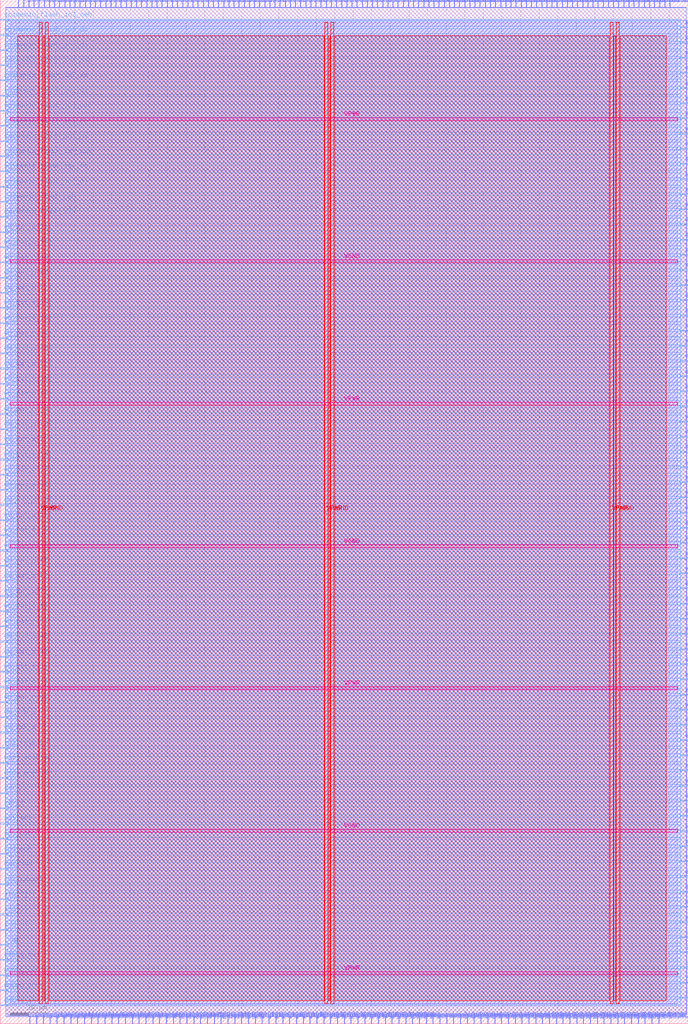
<source format=lef>
VERSION 5.7 ;
  NOWIREEXTENSIONATPIN ON ;
  DIVIDERCHAR "/" ;
  BUSBITCHARS "[]" ;
MACRO housekeeping
  CLASS BLOCK ;
  FOREIGN housekeeping ;
  ORIGIN 0.000 0.000 ;
  SIZE 370.230 BY 550.950 ;
  PIN VGND
    DIRECTION INOUT ;
    USE GROUND ;
    PORT
      LAYER met4 ;
        RECT 24.340 10.640 25.940 538.800 ;
    END
    PORT
      LAYER met4 ;
        RECT 177.940 10.640 179.540 538.800 ;
    END
    PORT
      LAYER met4 ;
        RECT 331.540 10.640 333.140 538.800 ;
    END
    PORT
      LAYER met5 ;
        RECT 5.280 103.080 364.560 104.680 ;
    END
    PORT
      LAYER met5 ;
        RECT 5.280 256.260 364.560 257.860 ;
    END
    PORT
      LAYER met5 ;
        RECT 5.280 409.440 364.560 411.040 ;
    END
  END VGND
  PIN VPWR
    DIRECTION INOUT ;
    USE POWER ;
    PORT
      LAYER met4 ;
        RECT 21.040 10.640 22.640 538.800 ;
    END
    PORT
      LAYER met4 ;
        RECT 174.640 10.640 176.240 538.800 ;
    END
    PORT
      LAYER met4 ;
        RECT 328.240 10.640 329.840 538.800 ;
    END
    PORT
      LAYER met5 ;
        RECT 5.280 26.490 364.560 28.090 ;
    END
    PORT
      LAYER met5 ;
        RECT 5.280 179.670 364.560 181.270 ;
    END
    PORT
      LAYER met5 ;
        RECT 5.280 332.850 364.560 334.450 ;
    END
    PORT
      LAYER met5 ;
        RECT 5.280 486.030 364.560 487.630 ;
    END
  END VPWR
  PIN debug_in
    DIRECTION OUTPUT TRISTATE ;
    USE SIGNAL ;
    PORT
      LAYER met3 ;
        RECT 0.000 9.560 4.000 10.160 ;
    END
  END debug_in
  PIN debug_mode
    DIRECTION INPUT ;
    USE SIGNAL ;
    PORT
      LAYER met3 ;
        RECT 0.000 17.720 4.000 18.320 ;
    END
  END debug_mode
  PIN debug_oeb
    DIRECTION INPUT ;
    USE SIGNAL ;
    PORT
      LAYER met3 ;
        RECT 0.000 25.880 4.000 26.480 ;
    END
  END debug_oeb
  PIN debug_out
    DIRECTION INPUT ;
    USE SIGNAL ;
    PORT
      LAYER met3 ;
        RECT 0.000 34.040 4.000 34.640 ;
    END
  END debug_out
  PIN irq[0]
    DIRECTION OUTPUT TRISTATE ;
    USE SIGNAL ;
    PORT
      LAYER met3 ;
        RECT 0.000 50.360 4.000 50.960 ;
    END
  END irq[0]
  PIN irq[1]
    DIRECTION OUTPUT TRISTATE ;
    USE SIGNAL ;
    PORT
      LAYER met3 ;
        RECT 0.000 58.520 4.000 59.120 ;
    END
  END irq[1]
  PIN irq[2]
    DIRECTION OUTPUT TRISTATE ;
    USE SIGNAL ;
    PORT
      LAYER met3 ;
        RECT 0.000 66.680 4.000 67.280 ;
    END
  END irq[2]
  PIN mask_rev_in[0]
    DIRECTION INPUT ;
    USE SIGNAL ;
    PORT
      LAYER met2 ;
        RECT 225.490 0.000 225.770 4.000 ;
    END
  END mask_rev_in[0]
  PIN mask_rev_in[10]
    DIRECTION INPUT ;
    USE SIGNAL ;
    PORT
      LAYER met2 ;
        RECT 262.290 0.000 262.570 4.000 ;
    END
  END mask_rev_in[10]
  PIN mask_rev_in[11]
    DIRECTION INPUT ;
    USE SIGNAL ;
    PORT
      LAYER met2 ;
        RECT 265.970 0.000 266.250 4.000 ;
    END
  END mask_rev_in[11]
  PIN mask_rev_in[12]
    DIRECTION INPUT ;
    USE SIGNAL ;
    PORT
      LAYER met2 ;
        RECT 269.650 0.000 269.930 4.000 ;
    END
  END mask_rev_in[12]
  PIN mask_rev_in[13]
    DIRECTION INPUT ;
    USE SIGNAL ;
    PORT
      LAYER met2 ;
        RECT 273.330 0.000 273.610 4.000 ;
    END
  END mask_rev_in[13]
  PIN mask_rev_in[14]
    DIRECTION INPUT ;
    USE SIGNAL ;
    PORT
      LAYER met2 ;
        RECT 277.010 0.000 277.290 4.000 ;
    END
  END mask_rev_in[14]
  PIN mask_rev_in[15]
    DIRECTION INPUT ;
    USE SIGNAL ;
    PORT
      LAYER met2 ;
        RECT 280.690 0.000 280.970 4.000 ;
    END
  END mask_rev_in[15]
  PIN mask_rev_in[16]
    DIRECTION INPUT ;
    USE SIGNAL ;
    PORT
      LAYER met2 ;
        RECT 284.370 0.000 284.650 4.000 ;
    END
  END mask_rev_in[16]
  PIN mask_rev_in[17]
    DIRECTION INPUT ;
    USE SIGNAL ;
    PORT
      LAYER met2 ;
        RECT 288.050 0.000 288.330 4.000 ;
    END
  END mask_rev_in[17]
  PIN mask_rev_in[18]
    DIRECTION INPUT ;
    USE SIGNAL ;
    PORT
      LAYER met2 ;
        RECT 291.730 0.000 292.010 4.000 ;
    END
  END mask_rev_in[18]
  PIN mask_rev_in[19]
    DIRECTION INPUT ;
    USE SIGNAL ;
    PORT
      LAYER met2 ;
        RECT 295.410 0.000 295.690 4.000 ;
    END
  END mask_rev_in[19]
  PIN mask_rev_in[1]
    DIRECTION INPUT ;
    USE SIGNAL ;
    PORT
      LAYER met2 ;
        RECT 229.170 0.000 229.450 4.000 ;
    END
  END mask_rev_in[1]
  PIN mask_rev_in[20]
    DIRECTION INPUT ;
    USE SIGNAL ;
    PORT
      LAYER met2 ;
        RECT 299.090 0.000 299.370 4.000 ;
    END
  END mask_rev_in[20]
  PIN mask_rev_in[21]
    DIRECTION INPUT ;
    USE SIGNAL ;
    PORT
      LAYER met2 ;
        RECT 302.770 0.000 303.050 4.000 ;
    END
  END mask_rev_in[21]
  PIN mask_rev_in[22]
    DIRECTION INPUT ;
    USE SIGNAL ;
    PORT
      LAYER met2 ;
        RECT 306.450 0.000 306.730 4.000 ;
    END
  END mask_rev_in[22]
  PIN mask_rev_in[23]
    DIRECTION INPUT ;
    USE SIGNAL ;
    PORT
      LAYER met2 ;
        RECT 310.130 0.000 310.410 4.000 ;
    END
  END mask_rev_in[23]
  PIN mask_rev_in[24]
    DIRECTION INPUT ;
    USE SIGNAL ;
    PORT
      LAYER met2 ;
        RECT 313.810 0.000 314.090 4.000 ;
    END
  END mask_rev_in[24]
  PIN mask_rev_in[25]
    DIRECTION INPUT ;
    USE SIGNAL ;
    PORT
      LAYER met2 ;
        RECT 317.490 0.000 317.770 4.000 ;
    END
  END mask_rev_in[25]
  PIN mask_rev_in[26]
    DIRECTION INPUT ;
    USE SIGNAL ;
    PORT
      LAYER met2 ;
        RECT 321.170 0.000 321.450 4.000 ;
    END
  END mask_rev_in[26]
  PIN mask_rev_in[27]
    DIRECTION INPUT ;
    USE SIGNAL ;
    PORT
      LAYER met2 ;
        RECT 324.850 0.000 325.130 4.000 ;
    END
  END mask_rev_in[27]
  PIN mask_rev_in[28]
    DIRECTION INPUT ;
    USE SIGNAL ;
    PORT
      LAYER met2 ;
        RECT 328.530 0.000 328.810 4.000 ;
    END
  END mask_rev_in[28]
  PIN mask_rev_in[29]
    DIRECTION INPUT ;
    USE SIGNAL ;
    PORT
      LAYER met2 ;
        RECT 332.210 0.000 332.490 4.000 ;
    END
  END mask_rev_in[29]
  PIN mask_rev_in[2]
    DIRECTION INPUT ;
    USE SIGNAL ;
    PORT
      LAYER met2 ;
        RECT 232.850 0.000 233.130 4.000 ;
    END
  END mask_rev_in[2]
  PIN mask_rev_in[30]
    DIRECTION INPUT ;
    USE SIGNAL ;
    PORT
      LAYER met2 ;
        RECT 335.890 0.000 336.170 4.000 ;
    END
  END mask_rev_in[30]
  PIN mask_rev_in[31]
    DIRECTION INPUT ;
    USE SIGNAL ;
    PORT
      LAYER met2 ;
        RECT 339.570 0.000 339.850 4.000 ;
    END
  END mask_rev_in[31]
  PIN mask_rev_in[3]
    DIRECTION INPUT ;
    USE SIGNAL ;
    PORT
      LAYER met2 ;
        RECT 236.530 0.000 236.810 4.000 ;
    END
  END mask_rev_in[3]
  PIN mask_rev_in[4]
    DIRECTION INPUT ;
    USE SIGNAL ;
    PORT
      LAYER met2 ;
        RECT 240.210 0.000 240.490 4.000 ;
    END
  END mask_rev_in[4]
  PIN mask_rev_in[5]
    DIRECTION INPUT ;
    USE SIGNAL ;
    PORT
      LAYER met2 ;
        RECT 243.890 0.000 244.170 4.000 ;
    END
  END mask_rev_in[5]
  PIN mask_rev_in[6]
    DIRECTION INPUT ;
    USE SIGNAL ;
    PORT
      LAYER met2 ;
        RECT 247.570 0.000 247.850 4.000 ;
    END
  END mask_rev_in[6]
  PIN mask_rev_in[7]
    DIRECTION INPUT ;
    USE SIGNAL ;
    PORT
      LAYER met2 ;
        RECT 251.250 0.000 251.530 4.000 ;
    END
  END mask_rev_in[7]
  PIN mask_rev_in[8]
    DIRECTION INPUT ;
    USE SIGNAL ;
    PORT
      LAYER met2 ;
        RECT 254.930 0.000 255.210 4.000 ;
    END
  END mask_rev_in[8]
  PIN mask_rev_in[9]
    DIRECTION INPUT ;
    USE SIGNAL ;
    PORT
      LAYER met2 ;
        RECT 258.610 0.000 258.890 4.000 ;
    END
  END mask_rev_in[9]
  PIN mgmt_gpio_in[0]
    DIRECTION INPUT ;
    USE SIGNAL ;
    PORT
      LAYER met3 ;
        RECT 366.230 54.440 370.230 55.040 ;
    END
  END mgmt_gpio_in[0]
  PIN mgmt_gpio_in[10]
    DIRECTION INPUT ;
    USE SIGNAL ;
    PORT
      LAYER met3 ;
        RECT 366.230 299.240 370.230 299.840 ;
    END
  END mgmt_gpio_in[10]
  PIN mgmt_gpio_in[11]
    DIRECTION INPUT ;
    USE SIGNAL ;
    PORT
      LAYER met3 ;
        RECT 366.230 323.720 370.230 324.320 ;
    END
  END mgmt_gpio_in[11]
  PIN mgmt_gpio_in[12]
    DIRECTION INPUT ;
    USE SIGNAL ;
    PORT
      LAYER met3 ;
        RECT 366.230 348.200 370.230 348.800 ;
    END
  END mgmt_gpio_in[12]
  PIN mgmt_gpio_in[13]
    DIRECTION INPUT ;
    USE SIGNAL ;
    PORT
      LAYER met3 ;
        RECT 366.230 372.680 370.230 373.280 ;
    END
  END mgmt_gpio_in[13]
  PIN mgmt_gpio_in[14]
    DIRECTION INPUT ;
    USE SIGNAL ;
    PORT
      LAYER met3 ;
        RECT 366.230 397.160 370.230 397.760 ;
    END
  END mgmt_gpio_in[14]
  PIN mgmt_gpio_in[15]
    DIRECTION INPUT ;
    USE SIGNAL ;
    PORT
      LAYER met3 ;
        RECT 366.230 421.640 370.230 422.240 ;
    END
  END mgmt_gpio_in[15]
  PIN mgmt_gpio_in[16]
    DIRECTION INPUT ;
    USE SIGNAL ;
    PORT
      LAYER met3 ;
        RECT 366.230 446.120 370.230 446.720 ;
    END
  END mgmt_gpio_in[16]
  PIN mgmt_gpio_in[17]
    DIRECTION INPUT ;
    USE SIGNAL ;
    PORT
      LAYER met3 ;
        RECT 366.230 470.600 370.230 471.200 ;
    END
  END mgmt_gpio_in[17]
  PIN mgmt_gpio_in[18]
    DIRECTION INPUT ;
    USE SIGNAL ;
    PORT
      LAYER met3 ;
        RECT 366.230 495.080 370.230 495.680 ;
    END
  END mgmt_gpio_in[18]
  PIN mgmt_gpio_in[19]
    DIRECTION INPUT ;
    USE SIGNAL ;
    PORT
      LAYER met3 ;
        RECT 366.230 519.560 370.230 520.160 ;
    END
  END mgmt_gpio_in[19]
  PIN mgmt_gpio_in[1]
    DIRECTION INPUT ;
    USE SIGNAL ;
    PORT
      LAYER met3 ;
        RECT 366.230 78.920 370.230 79.520 ;
    END
  END mgmt_gpio_in[1]
  PIN mgmt_gpio_in[20]
    DIRECTION INPUT ;
    USE SIGNAL ;
    PORT
      LAYER met2 ;
        RECT 213.990 546.950 214.270 550.950 ;
    END
  END mgmt_gpio_in[20]
  PIN mgmt_gpio_in[21]
    DIRECTION INPUT ;
    USE SIGNAL ;
    PORT
      LAYER met2 ;
        RECT 222.270 546.950 222.550 550.950 ;
    END
  END mgmt_gpio_in[21]
  PIN mgmt_gpio_in[22]
    DIRECTION INPUT ;
    USE SIGNAL ;
    PORT
      LAYER met2 ;
        RECT 230.550 546.950 230.830 550.950 ;
    END
  END mgmt_gpio_in[22]
  PIN mgmt_gpio_in[23]
    DIRECTION INPUT ;
    USE SIGNAL ;
    PORT
      LAYER met2 ;
        RECT 238.830 546.950 239.110 550.950 ;
    END
  END mgmt_gpio_in[23]
  PIN mgmt_gpio_in[24]
    DIRECTION INPUT ;
    USE SIGNAL ;
    PORT
      LAYER met2 ;
        RECT 247.110 546.950 247.390 550.950 ;
    END
  END mgmt_gpio_in[24]
  PIN mgmt_gpio_in[25]
    DIRECTION INPUT ;
    USE SIGNAL ;
    PORT
      LAYER met2 ;
        RECT 255.390 546.950 255.670 550.950 ;
    END
  END mgmt_gpio_in[25]
  PIN mgmt_gpio_in[26]
    DIRECTION INPUT ;
    USE SIGNAL ;
    PORT
      LAYER met2 ;
        RECT 263.670 546.950 263.950 550.950 ;
    END
  END mgmt_gpio_in[26]
  PIN mgmt_gpio_in[27]
    DIRECTION INPUT ;
    USE SIGNAL ;
    PORT
      LAYER met2 ;
        RECT 271.950 546.950 272.230 550.950 ;
    END
  END mgmt_gpio_in[27]
  PIN mgmt_gpio_in[28]
    DIRECTION INPUT ;
    USE SIGNAL ;
    PORT
      LAYER met2 ;
        RECT 280.230 546.950 280.510 550.950 ;
    END
  END mgmt_gpio_in[28]
  PIN mgmt_gpio_in[29]
    DIRECTION INPUT ;
    USE SIGNAL ;
    PORT
      LAYER met2 ;
        RECT 288.510 546.950 288.790 550.950 ;
    END
  END mgmt_gpio_in[29]
  PIN mgmt_gpio_in[2]
    DIRECTION INPUT ;
    USE SIGNAL ;
    PORT
      LAYER met3 ;
        RECT 366.230 103.400 370.230 104.000 ;
    END
  END mgmt_gpio_in[2]
  PIN mgmt_gpio_in[30]
    DIRECTION INPUT ;
    USE SIGNAL ;
    PORT
      LAYER met2 ;
        RECT 296.790 546.950 297.070 550.950 ;
    END
  END mgmt_gpio_in[30]
  PIN mgmt_gpio_in[31]
    DIRECTION INPUT ;
    USE SIGNAL ;
    PORT
      LAYER met2 ;
        RECT 305.070 546.950 305.350 550.950 ;
    END
  END mgmt_gpio_in[31]
  PIN mgmt_gpio_in[32]
    DIRECTION INPUT ;
    USE SIGNAL ;
    PORT
      LAYER met2 ;
        RECT 313.350 546.950 313.630 550.950 ;
    END
  END mgmt_gpio_in[32]
  PIN mgmt_gpio_in[33]
    DIRECTION INPUT ;
    USE SIGNAL ;
    PORT
      LAYER met2 ;
        RECT 321.630 546.950 321.910 550.950 ;
    END
  END mgmt_gpio_in[33]
  PIN mgmt_gpio_in[34]
    DIRECTION INPUT ;
    USE SIGNAL ;
    PORT
      LAYER met2 ;
        RECT 329.910 546.950 330.190 550.950 ;
    END
  END mgmt_gpio_in[34]
  PIN mgmt_gpio_in[35]
    DIRECTION INPUT ;
    USE SIGNAL ;
    PORT
      LAYER met2 ;
        RECT 338.190 546.950 338.470 550.950 ;
    END
  END mgmt_gpio_in[35]
  PIN mgmt_gpio_in[36]
    DIRECTION INPUT ;
    USE SIGNAL ;
    PORT
      LAYER met2 ;
        RECT 346.470 546.950 346.750 550.950 ;
    END
  END mgmt_gpio_in[36]
  PIN mgmt_gpio_in[37]
    DIRECTION INPUT ;
    USE SIGNAL ;
    PORT
      LAYER met2 ;
        RECT 354.750 546.950 355.030 550.950 ;
    END
  END mgmt_gpio_in[37]
  PIN mgmt_gpio_in[3]
    DIRECTION INPUT ;
    USE SIGNAL ;
    PORT
      LAYER met3 ;
        RECT 366.230 127.880 370.230 128.480 ;
    END
  END mgmt_gpio_in[3]
  PIN mgmt_gpio_in[4]
    DIRECTION INPUT ;
    USE SIGNAL ;
    PORT
      LAYER met3 ;
        RECT 366.230 152.360 370.230 152.960 ;
    END
  END mgmt_gpio_in[4]
  PIN mgmt_gpio_in[5]
    DIRECTION INPUT ;
    USE SIGNAL ;
    PORT
      LAYER met3 ;
        RECT 366.230 176.840 370.230 177.440 ;
    END
  END mgmt_gpio_in[5]
  PIN mgmt_gpio_in[6]
    DIRECTION INPUT ;
    USE SIGNAL ;
    PORT
      LAYER met3 ;
        RECT 366.230 201.320 370.230 201.920 ;
    END
  END mgmt_gpio_in[6]
  PIN mgmt_gpio_in[7]
    DIRECTION INPUT ;
    USE SIGNAL ;
    PORT
      LAYER met3 ;
        RECT 366.230 225.800 370.230 226.400 ;
    END
  END mgmt_gpio_in[7]
  PIN mgmt_gpio_in[8]
    DIRECTION INPUT ;
    USE SIGNAL ;
    PORT
      LAYER met3 ;
        RECT 366.230 250.280 370.230 250.880 ;
    END
  END mgmt_gpio_in[8]
  PIN mgmt_gpio_in[9]
    DIRECTION INPUT ;
    USE SIGNAL ;
    PORT
      LAYER met3 ;
        RECT 366.230 274.760 370.230 275.360 ;
    END
  END mgmt_gpio_in[9]
  PIN mgmt_gpio_oeb[0]
    DIRECTION OUTPUT TRISTATE ;
    USE SIGNAL ;
    PORT
      LAYER met3 ;
        RECT 366.230 62.600 370.230 63.200 ;
    END
  END mgmt_gpio_oeb[0]
  PIN mgmt_gpio_oeb[10]
    DIRECTION OUTPUT TRISTATE ;
    USE SIGNAL ;
    PORT
      LAYER met3 ;
        RECT 366.230 307.400 370.230 308.000 ;
    END
  END mgmt_gpio_oeb[10]
  PIN mgmt_gpio_oeb[11]
    DIRECTION OUTPUT TRISTATE ;
    USE SIGNAL ;
    PORT
      LAYER met3 ;
        RECT 366.230 331.880 370.230 332.480 ;
    END
  END mgmt_gpio_oeb[11]
  PIN mgmt_gpio_oeb[12]
    DIRECTION OUTPUT TRISTATE ;
    USE SIGNAL ;
    PORT
      LAYER met3 ;
        RECT 366.230 356.360 370.230 356.960 ;
    END
  END mgmt_gpio_oeb[12]
  PIN mgmt_gpio_oeb[13]
    DIRECTION OUTPUT TRISTATE ;
    USE SIGNAL ;
    PORT
      LAYER met3 ;
        RECT 366.230 380.840 370.230 381.440 ;
    END
  END mgmt_gpio_oeb[13]
  PIN mgmt_gpio_oeb[14]
    DIRECTION OUTPUT TRISTATE ;
    USE SIGNAL ;
    PORT
      LAYER met3 ;
        RECT 366.230 405.320 370.230 405.920 ;
    END
  END mgmt_gpio_oeb[14]
  PIN mgmt_gpio_oeb[15]
    DIRECTION OUTPUT TRISTATE ;
    USE SIGNAL ;
    PORT
      LAYER met3 ;
        RECT 366.230 429.800 370.230 430.400 ;
    END
  END mgmt_gpio_oeb[15]
  PIN mgmt_gpio_oeb[16]
    DIRECTION OUTPUT TRISTATE ;
    USE SIGNAL ;
    PORT
      LAYER met3 ;
        RECT 366.230 454.280 370.230 454.880 ;
    END
  END mgmt_gpio_oeb[16]
  PIN mgmt_gpio_oeb[17]
    DIRECTION OUTPUT TRISTATE ;
    USE SIGNAL ;
    PORT
      LAYER met3 ;
        RECT 366.230 478.760 370.230 479.360 ;
    END
  END mgmt_gpio_oeb[17]
  PIN mgmt_gpio_oeb[18]
    DIRECTION OUTPUT TRISTATE ;
    USE SIGNAL ;
    PORT
      LAYER met3 ;
        RECT 366.230 503.240 370.230 503.840 ;
    END
  END mgmt_gpio_oeb[18]
  PIN mgmt_gpio_oeb[19]
    DIRECTION OUTPUT TRISTATE ;
    USE SIGNAL ;
    PORT
      LAYER met3 ;
        RECT 366.230 527.720 370.230 528.320 ;
    END
  END mgmt_gpio_oeb[19]
  PIN mgmt_gpio_oeb[1]
    DIRECTION OUTPUT TRISTATE ;
    USE SIGNAL ;
    PORT
      LAYER met3 ;
        RECT 366.230 87.080 370.230 87.680 ;
    END
  END mgmt_gpio_oeb[1]
  PIN mgmt_gpio_oeb[20]
    DIRECTION OUTPUT TRISTATE ;
    USE SIGNAL ;
    PORT
      LAYER met2 ;
        RECT 216.750 546.950 217.030 550.950 ;
    END
  END mgmt_gpio_oeb[20]
  PIN mgmt_gpio_oeb[21]
    DIRECTION OUTPUT TRISTATE ;
    USE SIGNAL ;
    PORT
      LAYER met2 ;
        RECT 225.030 546.950 225.310 550.950 ;
    END
  END mgmt_gpio_oeb[21]
  PIN mgmt_gpio_oeb[22]
    DIRECTION OUTPUT TRISTATE ;
    USE SIGNAL ;
    PORT
      LAYER met2 ;
        RECT 233.310 546.950 233.590 550.950 ;
    END
  END mgmt_gpio_oeb[22]
  PIN mgmt_gpio_oeb[23]
    DIRECTION OUTPUT TRISTATE ;
    USE SIGNAL ;
    PORT
      LAYER met2 ;
        RECT 241.590 546.950 241.870 550.950 ;
    END
  END mgmt_gpio_oeb[23]
  PIN mgmt_gpio_oeb[24]
    DIRECTION OUTPUT TRISTATE ;
    USE SIGNAL ;
    PORT
      LAYER met2 ;
        RECT 249.870 546.950 250.150 550.950 ;
    END
  END mgmt_gpio_oeb[24]
  PIN mgmt_gpio_oeb[25]
    DIRECTION OUTPUT TRISTATE ;
    USE SIGNAL ;
    PORT
      LAYER met2 ;
        RECT 258.150 546.950 258.430 550.950 ;
    END
  END mgmt_gpio_oeb[25]
  PIN mgmt_gpio_oeb[26]
    DIRECTION OUTPUT TRISTATE ;
    USE SIGNAL ;
    PORT
      LAYER met2 ;
        RECT 266.430 546.950 266.710 550.950 ;
    END
  END mgmt_gpio_oeb[26]
  PIN mgmt_gpio_oeb[27]
    DIRECTION OUTPUT TRISTATE ;
    USE SIGNAL ;
    PORT
      LAYER met2 ;
        RECT 274.710 546.950 274.990 550.950 ;
    END
  END mgmt_gpio_oeb[27]
  PIN mgmt_gpio_oeb[28]
    DIRECTION OUTPUT TRISTATE ;
    USE SIGNAL ;
    PORT
      LAYER met2 ;
        RECT 282.990 546.950 283.270 550.950 ;
    END
  END mgmt_gpio_oeb[28]
  PIN mgmt_gpio_oeb[29]
    DIRECTION OUTPUT TRISTATE ;
    USE SIGNAL ;
    PORT
      LAYER met2 ;
        RECT 291.270 546.950 291.550 550.950 ;
    END
  END mgmt_gpio_oeb[29]
  PIN mgmt_gpio_oeb[2]
    DIRECTION OUTPUT TRISTATE ;
    USE SIGNAL ;
    PORT
      LAYER met3 ;
        RECT 366.230 111.560 370.230 112.160 ;
    END
  END mgmt_gpio_oeb[2]
  PIN mgmt_gpio_oeb[30]
    DIRECTION OUTPUT TRISTATE ;
    USE SIGNAL ;
    PORT
      LAYER met2 ;
        RECT 299.550 546.950 299.830 550.950 ;
    END
  END mgmt_gpio_oeb[30]
  PIN mgmt_gpio_oeb[31]
    DIRECTION OUTPUT TRISTATE ;
    USE SIGNAL ;
    PORT
      LAYER met2 ;
        RECT 307.830 546.950 308.110 550.950 ;
    END
  END mgmt_gpio_oeb[31]
  PIN mgmt_gpio_oeb[32]
    DIRECTION OUTPUT TRISTATE ;
    USE SIGNAL ;
    PORT
      LAYER met2 ;
        RECT 316.110 546.950 316.390 550.950 ;
    END
  END mgmt_gpio_oeb[32]
  PIN mgmt_gpio_oeb[33]
    DIRECTION OUTPUT TRISTATE ;
    USE SIGNAL ;
    PORT
      LAYER met2 ;
        RECT 324.390 546.950 324.670 550.950 ;
    END
  END mgmt_gpio_oeb[33]
  PIN mgmt_gpio_oeb[34]
    DIRECTION OUTPUT TRISTATE ;
    USE SIGNAL ;
    PORT
      LAYER met2 ;
        RECT 332.670 546.950 332.950 550.950 ;
    END
  END mgmt_gpio_oeb[34]
  PIN mgmt_gpio_oeb[35]
    DIRECTION OUTPUT TRISTATE ;
    USE SIGNAL ;
    PORT
      LAYER met2 ;
        RECT 340.950 546.950 341.230 550.950 ;
    END
  END mgmt_gpio_oeb[35]
  PIN mgmt_gpio_oeb[36]
    DIRECTION OUTPUT TRISTATE ;
    USE SIGNAL ;
    PORT
      LAYER met2 ;
        RECT 349.230 546.950 349.510 550.950 ;
    END
  END mgmt_gpio_oeb[36]
  PIN mgmt_gpio_oeb[37]
    DIRECTION OUTPUT TRISTATE ;
    USE SIGNAL ;
    PORT
      LAYER met2 ;
        RECT 357.510 546.950 357.790 550.950 ;
    END
  END mgmt_gpio_oeb[37]
  PIN mgmt_gpio_oeb[3]
    DIRECTION OUTPUT TRISTATE ;
    USE SIGNAL ;
    PORT
      LAYER met3 ;
        RECT 366.230 136.040 370.230 136.640 ;
    END
  END mgmt_gpio_oeb[3]
  PIN mgmt_gpio_oeb[4]
    DIRECTION OUTPUT TRISTATE ;
    USE SIGNAL ;
    PORT
      LAYER met3 ;
        RECT 366.230 160.520 370.230 161.120 ;
    END
  END mgmt_gpio_oeb[4]
  PIN mgmt_gpio_oeb[5]
    DIRECTION OUTPUT TRISTATE ;
    USE SIGNAL ;
    PORT
      LAYER met3 ;
        RECT 366.230 185.000 370.230 185.600 ;
    END
  END mgmt_gpio_oeb[5]
  PIN mgmt_gpio_oeb[6]
    DIRECTION OUTPUT TRISTATE ;
    USE SIGNAL ;
    PORT
      LAYER met3 ;
        RECT 366.230 209.480 370.230 210.080 ;
    END
  END mgmt_gpio_oeb[6]
  PIN mgmt_gpio_oeb[7]
    DIRECTION OUTPUT TRISTATE ;
    USE SIGNAL ;
    PORT
      LAYER met3 ;
        RECT 366.230 233.960 370.230 234.560 ;
    END
  END mgmt_gpio_oeb[7]
  PIN mgmt_gpio_oeb[8]
    DIRECTION OUTPUT TRISTATE ;
    USE SIGNAL ;
    PORT
      LAYER met3 ;
        RECT 366.230 258.440 370.230 259.040 ;
    END
  END mgmt_gpio_oeb[8]
  PIN mgmt_gpio_oeb[9]
    DIRECTION OUTPUT TRISTATE ;
    USE SIGNAL ;
    PORT
      LAYER met3 ;
        RECT 366.230 282.920 370.230 283.520 ;
    END
  END mgmt_gpio_oeb[9]
  PIN mgmt_gpio_out[0]
    DIRECTION OUTPUT TRISTATE ;
    USE SIGNAL ;
    PORT
      LAYER met3 ;
        RECT 366.230 70.760 370.230 71.360 ;
    END
  END mgmt_gpio_out[0]
  PIN mgmt_gpio_out[10]
    DIRECTION OUTPUT TRISTATE ;
    USE SIGNAL ;
    PORT
      LAYER met3 ;
        RECT 366.230 315.560 370.230 316.160 ;
    END
  END mgmt_gpio_out[10]
  PIN mgmt_gpio_out[11]
    DIRECTION OUTPUT TRISTATE ;
    USE SIGNAL ;
    PORT
      LAYER met3 ;
        RECT 366.230 340.040 370.230 340.640 ;
    END
  END mgmt_gpio_out[11]
  PIN mgmt_gpio_out[12]
    DIRECTION OUTPUT TRISTATE ;
    USE SIGNAL ;
    PORT
      LAYER met3 ;
        RECT 366.230 364.520 370.230 365.120 ;
    END
  END mgmt_gpio_out[12]
  PIN mgmt_gpio_out[13]
    DIRECTION OUTPUT TRISTATE ;
    USE SIGNAL ;
    PORT
      LAYER met3 ;
        RECT 366.230 389.000 370.230 389.600 ;
    END
  END mgmt_gpio_out[13]
  PIN mgmt_gpio_out[14]
    DIRECTION OUTPUT TRISTATE ;
    USE SIGNAL ;
    PORT
      LAYER met3 ;
        RECT 366.230 413.480 370.230 414.080 ;
    END
  END mgmt_gpio_out[14]
  PIN mgmt_gpio_out[15]
    DIRECTION OUTPUT TRISTATE ;
    USE SIGNAL ;
    PORT
      LAYER met3 ;
        RECT 366.230 437.960 370.230 438.560 ;
    END
  END mgmt_gpio_out[15]
  PIN mgmt_gpio_out[16]
    DIRECTION OUTPUT TRISTATE ;
    USE SIGNAL ;
    PORT
      LAYER met3 ;
        RECT 366.230 462.440 370.230 463.040 ;
    END
  END mgmt_gpio_out[16]
  PIN mgmt_gpio_out[17]
    DIRECTION OUTPUT TRISTATE ;
    USE SIGNAL ;
    PORT
      LAYER met3 ;
        RECT 366.230 486.920 370.230 487.520 ;
    END
  END mgmt_gpio_out[17]
  PIN mgmt_gpio_out[18]
    DIRECTION OUTPUT TRISTATE ;
    USE SIGNAL ;
    PORT
      LAYER met3 ;
        RECT 366.230 511.400 370.230 512.000 ;
    END
  END mgmt_gpio_out[18]
  PIN mgmt_gpio_out[19]
    DIRECTION OUTPUT TRISTATE ;
    USE SIGNAL ;
    PORT
      LAYER met3 ;
        RECT 366.230 535.880 370.230 536.480 ;
    END
  END mgmt_gpio_out[19]
  PIN mgmt_gpio_out[1]
    DIRECTION OUTPUT TRISTATE ;
    USE SIGNAL ;
    PORT
      LAYER met3 ;
        RECT 366.230 95.240 370.230 95.840 ;
    END
  END mgmt_gpio_out[1]
  PIN mgmt_gpio_out[20]
    DIRECTION OUTPUT TRISTATE ;
    USE SIGNAL ;
    PORT
      LAYER met2 ;
        RECT 219.510 546.950 219.790 550.950 ;
    END
  END mgmt_gpio_out[20]
  PIN mgmt_gpio_out[21]
    DIRECTION OUTPUT TRISTATE ;
    USE SIGNAL ;
    PORT
      LAYER met2 ;
        RECT 227.790 546.950 228.070 550.950 ;
    END
  END mgmt_gpio_out[21]
  PIN mgmt_gpio_out[22]
    DIRECTION OUTPUT TRISTATE ;
    USE SIGNAL ;
    PORT
      LAYER met2 ;
        RECT 236.070 546.950 236.350 550.950 ;
    END
  END mgmt_gpio_out[22]
  PIN mgmt_gpio_out[23]
    DIRECTION OUTPUT TRISTATE ;
    USE SIGNAL ;
    PORT
      LAYER met2 ;
        RECT 244.350 546.950 244.630 550.950 ;
    END
  END mgmt_gpio_out[23]
  PIN mgmt_gpio_out[24]
    DIRECTION OUTPUT TRISTATE ;
    USE SIGNAL ;
    PORT
      LAYER met2 ;
        RECT 252.630 546.950 252.910 550.950 ;
    END
  END mgmt_gpio_out[24]
  PIN mgmt_gpio_out[25]
    DIRECTION OUTPUT TRISTATE ;
    USE SIGNAL ;
    PORT
      LAYER met2 ;
        RECT 260.910 546.950 261.190 550.950 ;
    END
  END mgmt_gpio_out[25]
  PIN mgmt_gpio_out[26]
    DIRECTION OUTPUT TRISTATE ;
    USE SIGNAL ;
    PORT
      LAYER met2 ;
        RECT 269.190 546.950 269.470 550.950 ;
    END
  END mgmt_gpio_out[26]
  PIN mgmt_gpio_out[27]
    DIRECTION OUTPUT TRISTATE ;
    USE SIGNAL ;
    PORT
      LAYER met2 ;
        RECT 277.470 546.950 277.750 550.950 ;
    END
  END mgmt_gpio_out[27]
  PIN mgmt_gpio_out[28]
    DIRECTION OUTPUT TRISTATE ;
    USE SIGNAL ;
    PORT
      LAYER met2 ;
        RECT 285.750 546.950 286.030 550.950 ;
    END
  END mgmt_gpio_out[28]
  PIN mgmt_gpio_out[29]
    DIRECTION OUTPUT TRISTATE ;
    USE SIGNAL ;
    PORT
      LAYER met2 ;
        RECT 294.030 546.950 294.310 550.950 ;
    END
  END mgmt_gpio_out[29]
  PIN mgmt_gpio_out[2]
    DIRECTION OUTPUT TRISTATE ;
    USE SIGNAL ;
    PORT
      LAYER met3 ;
        RECT 366.230 119.720 370.230 120.320 ;
    END
  END mgmt_gpio_out[2]
  PIN mgmt_gpio_out[30]
    DIRECTION OUTPUT TRISTATE ;
    USE SIGNAL ;
    PORT
      LAYER met2 ;
        RECT 302.310 546.950 302.590 550.950 ;
    END
  END mgmt_gpio_out[30]
  PIN mgmt_gpio_out[31]
    DIRECTION OUTPUT TRISTATE ;
    USE SIGNAL ;
    PORT
      LAYER met2 ;
        RECT 310.590 546.950 310.870 550.950 ;
    END
  END mgmt_gpio_out[31]
  PIN mgmt_gpio_out[32]
    DIRECTION OUTPUT TRISTATE ;
    USE SIGNAL ;
    PORT
      LAYER met2 ;
        RECT 318.870 546.950 319.150 550.950 ;
    END
  END mgmt_gpio_out[32]
  PIN mgmt_gpio_out[33]
    DIRECTION OUTPUT TRISTATE ;
    USE SIGNAL ;
    PORT
      LAYER met2 ;
        RECT 327.150 546.950 327.430 550.950 ;
    END
  END mgmt_gpio_out[33]
  PIN mgmt_gpio_out[34]
    DIRECTION OUTPUT TRISTATE ;
    USE SIGNAL ;
    PORT
      LAYER met2 ;
        RECT 335.430 546.950 335.710 550.950 ;
    END
  END mgmt_gpio_out[34]
  PIN mgmt_gpio_out[35]
    DIRECTION OUTPUT TRISTATE ;
    USE SIGNAL ;
    PORT
      LAYER met2 ;
        RECT 343.710 546.950 343.990 550.950 ;
    END
  END mgmt_gpio_out[35]
  PIN mgmt_gpio_out[36]
    DIRECTION OUTPUT TRISTATE ;
    USE SIGNAL ;
    PORT
      LAYER met2 ;
        RECT 351.990 546.950 352.270 550.950 ;
    END
  END mgmt_gpio_out[36]
  PIN mgmt_gpio_out[37]
    DIRECTION OUTPUT TRISTATE ;
    USE SIGNAL ;
    PORT
      LAYER met2 ;
        RECT 360.270 546.950 360.550 550.950 ;
    END
  END mgmt_gpio_out[37]
  PIN mgmt_gpio_out[3]
    DIRECTION OUTPUT TRISTATE ;
    USE SIGNAL ;
    PORT
      LAYER met3 ;
        RECT 366.230 144.200 370.230 144.800 ;
    END
  END mgmt_gpio_out[3]
  PIN mgmt_gpio_out[4]
    DIRECTION OUTPUT TRISTATE ;
    USE SIGNAL ;
    PORT
      LAYER met3 ;
        RECT 366.230 168.680 370.230 169.280 ;
    END
  END mgmt_gpio_out[4]
  PIN mgmt_gpio_out[5]
    DIRECTION OUTPUT TRISTATE ;
    USE SIGNAL ;
    PORT
      LAYER met3 ;
        RECT 366.230 193.160 370.230 193.760 ;
    END
  END mgmt_gpio_out[5]
  PIN mgmt_gpio_out[6]
    DIRECTION OUTPUT TRISTATE ;
    USE SIGNAL ;
    PORT
      LAYER met3 ;
        RECT 366.230 217.640 370.230 218.240 ;
    END
  END mgmt_gpio_out[6]
  PIN mgmt_gpio_out[7]
    DIRECTION OUTPUT TRISTATE ;
    USE SIGNAL ;
    PORT
      LAYER met3 ;
        RECT 366.230 242.120 370.230 242.720 ;
    END
  END mgmt_gpio_out[7]
  PIN mgmt_gpio_out[8]
    DIRECTION OUTPUT TRISTATE ;
    USE SIGNAL ;
    PORT
      LAYER met3 ;
        RECT 366.230 266.600 370.230 267.200 ;
    END
  END mgmt_gpio_out[8]
  PIN mgmt_gpio_out[9]
    DIRECTION OUTPUT TRISTATE ;
    USE SIGNAL ;
    PORT
      LAYER met3 ;
        RECT 366.230 291.080 370.230 291.680 ;
    END
  END mgmt_gpio_out[9]
  PIN pad_flash_clk
    DIRECTION OUTPUT TRISTATE ;
    USE SIGNAL ;
    PORT
      LAYER met2 ;
        RECT 19.410 0.000 19.690 4.000 ;
    END
  END pad_flash_clk
  PIN pad_flash_clk_oeb
    DIRECTION OUTPUT TRISTATE ;
    USE SIGNAL ;
    PORT
      LAYER met2 ;
        RECT 23.090 0.000 23.370 4.000 ;
    END
  END pad_flash_clk_oeb
  PIN pad_flash_csb
    DIRECTION OUTPUT TRISTATE ;
    USE SIGNAL ;
    PORT
      LAYER met2 ;
        RECT 26.770 0.000 27.050 4.000 ;
    END
  END pad_flash_csb
  PIN pad_flash_csb_oeb
    DIRECTION OUTPUT TRISTATE ;
    USE SIGNAL ;
    PORT
      LAYER met2 ;
        RECT 30.450 0.000 30.730 4.000 ;
    END
  END pad_flash_csb_oeb
  PIN pad_flash_io0_di
    DIRECTION INPUT ;
    USE SIGNAL ;
    PORT
      LAYER met2 ;
        RECT 34.130 0.000 34.410 4.000 ;
    END
  END pad_flash_io0_di
  PIN pad_flash_io0_do
    DIRECTION OUTPUT TRISTATE ;
    USE SIGNAL ;
    PORT
      LAYER met2 ;
        RECT 37.810 0.000 38.090 4.000 ;
    END
  END pad_flash_io0_do
  PIN pad_flash_io0_ieb
    DIRECTION OUTPUT TRISTATE ;
    USE SIGNAL ;
    PORT
      LAYER met2 ;
        RECT 41.490 0.000 41.770 4.000 ;
    END
  END pad_flash_io0_ieb
  PIN pad_flash_io0_oeb
    DIRECTION OUTPUT TRISTATE ;
    USE SIGNAL ;
    PORT
      LAYER met2 ;
        RECT 45.170 0.000 45.450 4.000 ;
    END
  END pad_flash_io0_oeb
  PIN pad_flash_io1_di
    DIRECTION INPUT ;
    USE SIGNAL ;
    PORT
      LAYER met2 ;
        RECT 48.850 0.000 49.130 4.000 ;
    END
  END pad_flash_io1_di
  PIN pad_flash_io1_do
    DIRECTION OUTPUT TRISTATE ;
    USE SIGNAL ;
    PORT
      LAYER met2 ;
        RECT 52.530 0.000 52.810 4.000 ;
    END
  END pad_flash_io1_do
  PIN pad_flash_io1_ieb
    DIRECTION OUTPUT TRISTATE ;
    USE SIGNAL ;
    PORT
      LAYER met2 ;
        RECT 56.210 0.000 56.490 4.000 ;
    END
  END pad_flash_io1_ieb
  PIN pad_flash_io1_oeb
    DIRECTION OUTPUT TRISTATE ;
    USE SIGNAL ;
    PORT
      LAYER met2 ;
        RECT 59.890 0.000 60.170 4.000 ;
    END
  END pad_flash_io1_oeb
  PIN pll90_sel[0]
    DIRECTION OUTPUT TRISTATE ;
    USE SIGNAL ;
    PORT
      LAYER met2 ;
        RECT 107.730 0.000 108.010 4.000 ;
    END
  END pll90_sel[0]
  PIN pll90_sel[1]
    DIRECTION OUTPUT TRISTATE ;
    USE SIGNAL ;
    PORT
      LAYER met2 ;
        RECT 111.410 0.000 111.690 4.000 ;
    END
  END pll90_sel[1]
  PIN pll90_sel[2]
    DIRECTION OUTPUT TRISTATE ;
    USE SIGNAL ;
    PORT
      LAYER met2 ;
        RECT 115.090 0.000 115.370 4.000 ;
    END
  END pll90_sel[2]
  PIN pll_bypass
    DIRECTION OUTPUT TRISTATE ;
    USE SIGNAL ;
    PORT
      LAYER met2 ;
        RECT 214.450 0.000 214.730 4.000 ;
    END
  END pll_bypass
  PIN pll_dco_ena
    DIRECTION OUTPUT TRISTATE ;
    USE SIGNAL ;
    PORT
      LAYER met2 ;
        RECT 74.610 0.000 74.890 4.000 ;
    END
  END pll_dco_ena
  PIN pll_div[0]
    DIRECTION OUTPUT TRISTATE ;
    USE SIGNAL ;
    PORT
      LAYER met2 ;
        RECT 78.290 0.000 78.570 4.000 ;
    END
  END pll_div[0]
  PIN pll_div[1]
    DIRECTION OUTPUT TRISTATE ;
    USE SIGNAL ;
    PORT
      LAYER met2 ;
        RECT 81.970 0.000 82.250 4.000 ;
    END
  END pll_div[1]
  PIN pll_div[2]
    DIRECTION OUTPUT TRISTATE ;
    USE SIGNAL ;
    PORT
      LAYER met2 ;
        RECT 85.650 0.000 85.930 4.000 ;
    END
  END pll_div[2]
  PIN pll_div[3]
    DIRECTION OUTPUT TRISTATE ;
    USE SIGNAL ;
    PORT
      LAYER met2 ;
        RECT 89.330 0.000 89.610 4.000 ;
    END
  END pll_div[3]
  PIN pll_div[4]
    DIRECTION OUTPUT TRISTATE ;
    USE SIGNAL ;
    PORT
      LAYER met2 ;
        RECT 93.010 0.000 93.290 4.000 ;
    END
  END pll_div[4]
  PIN pll_ena
    DIRECTION OUTPUT TRISTATE ;
    USE SIGNAL ;
    PORT
      LAYER met2 ;
        RECT 70.930 0.000 71.210 4.000 ;
    END
  END pll_ena
  PIN pll_sel[0]
    DIRECTION OUTPUT TRISTATE ;
    USE SIGNAL ;
    PORT
      LAYER met2 ;
        RECT 96.690 0.000 96.970 4.000 ;
    END
  END pll_sel[0]
  PIN pll_sel[1]
    DIRECTION OUTPUT TRISTATE ;
    USE SIGNAL ;
    PORT
      LAYER met2 ;
        RECT 100.370 0.000 100.650 4.000 ;
    END
  END pll_sel[1]
  PIN pll_sel[2]
    DIRECTION OUTPUT TRISTATE ;
    USE SIGNAL ;
    PORT
      LAYER met2 ;
        RECT 104.050 0.000 104.330 4.000 ;
    END
  END pll_sel[2]
  PIN pll_trim[0]
    DIRECTION OUTPUT TRISTATE ;
    USE SIGNAL ;
    PORT
      LAYER met2 ;
        RECT 118.770 0.000 119.050 4.000 ;
    END
  END pll_trim[0]
  PIN pll_trim[10]
    DIRECTION OUTPUT TRISTATE ;
    USE SIGNAL ;
    PORT
      LAYER met2 ;
        RECT 155.570 0.000 155.850 4.000 ;
    END
  END pll_trim[10]
  PIN pll_trim[11]
    DIRECTION OUTPUT TRISTATE ;
    USE SIGNAL ;
    PORT
      LAYER met2 ;
        RECT 159.250 0.000 159.530 4.000 ;
    END
  END pll_trim[11]
  PIN pll_trim[12]
    DIRECTION OUTPUT TRISTATE ;
    USE SIGNAL ;
    PORT
      LAYER met2 ;
        RECT 162.930 0.000 163.210 4.000 ;
    END
  END pll_trim[12]
  PIN pll_trim[13]
    DIRECTION OUTPUT TRISTATE ;
    USE SIGNAL ;
    PORT
      LAYER met2 ;
        RECT 166.610 0.000 166.890 4.000 ;
    END
  END pll_trim[13]
  PIN pll_trim[14]
    DIRECTION OUTPUT TRISTATE ;
    USE SIGNAL ;
    PORT
      LAYER met2 ;
        RECT 170.290 0.000 170.570 4.000 ;
    END
  END pll_trim[14]
  PIN pll_trim[15]
    DIRECTION OUTPUT TRISTATE ;
    USE SIGNAL ;
    PORT
      LAYER met2 ;
        RECT 173.970 0.000 174.250 4.000 ;
    END
  END pll_trim[15]
  PIN pll_trim[16]
    DIRECTION OUTPUT TRISTATE ;
    USE SIGNAL ;
    PORT
      LAYER met2 ;
        RECT 177.650 0.000 177.930 4.000 ;
    END
  END pll_trim[16]
  PIN pll_trim[17]
    DIRECTION OUTPUT TRISTATE ;
    USE SIGNAL ;
    PORT
      LAYER met2 ;
        RECT 181.330 0.000 181.610 4.000 ;
    END
  END pll_trim[17]
  PIN pll_trim[18]
    DIRECTION OUTPUT TRISTATE ;
    USE SIGNAL ;
    PORT
      LAYER met2 ;
        RECT 185.010 0.000 185.290 4.000 ;
    END
  END pll_trim[18]
  PIN pll_trim[19]
    DIRECTION OUTPUT TRISTATE ;
    USE SIGNAL ;
    PORT
      LAYER met2 ;
        RECT 188.690 0.000 188.970 4.000 ;
    END
  END pll_trim[19]
  PIN pll_trim[1]
    DIRECTION OUTPUT TRISTATE ;
    USE SIGNAL ;
    PORT
      LAYER met2 ;
        RECT 122.450 0.000 122.730 4.000 ;
    END
  END pll_trim[1]
  PIN pll_trim[20]
    DIRECTION OUTPUT TRISTATE ;
    USE SIGNAL ;
    PORT
      LAYER met2 ;
        RECT 192.370 0.000 192.650 4.000 ;
    END
  END pll_trim[20]
  PIN pll_trim[21]
    DIRECTION OUTPUT TRISTATE ;
    USE SIGNAL ;
    PORT
      LAYER met2 ;
        RECT 196.050 0.000 196.330 4.000 ;
    END
  END pll_trim[21]
  PIN pll_trim[22]
    DIRECTION OUTPUT TRISTATE ;
    USE SIGNAL ;
    PORT
      LAYER met2 ;
        RECT 199.730 0.000 200.010 4.000 ;
    END
  END pll_trim[22]
  PIN pll_trim[23]
    DIRECTION OUTPUT TRISTATE ;
    USE SIGNAL ;
    PORT
      LAYER met2 ;
        RECT 203.410 0.000 203.690 4.000 ;
    END
  END pll_trim[23]
  PIN pll_trim[24]
    DIRECTION OUTPUT TRISTATE ;
    USE SIGNAL ;
    PORT
      LAYER met2 ;
        RECT 207.090 0.000 207.370 4.000 ;
    END
  END pll_trim[24]
  PIN pll_trim[25]
    DIRECTION OUTPUT TRISTATE ;
    USE SIGNAL ;
    PORT
      LAYER met2 ;
        RECT 210.770 0.000 211.050 4.000 ;
    END
  END pll_trim[25]
  PIN pll_trim[2]
    DIRECTION OUTPUT TRISTATE ;
    USE SIGNAL ;
    PORT
      LAYER met2 ;
        RECT 126.130 0.000 126.410 4.000 ;
    END
  END pll_trim[2]
  PIN pll_trim[3]
    DIRECTION OUTPUT TRISTATE ;
    USE SIGNAL ;
    PORT
      LAYER met2 ;
        RECT 129.810 0.000 130.090 4.000 ;
    END
  END pll_trim[3]
  PIN pll_trim[4]
    DIRECTION OUTPUT TRISTATE ;
    USE SIGNAL ;
    PORT
      LAYER met2 ;
        RECT 133.490 0.000 133.770 4.000 ;
    END
  END pll_trim[4]
  PIN pll_trim[5]
    DIRECTION OUTPUT TRISTATE ;
    USE SIGNAL ;
    PORT
      LAYER met2 ;
        RECT 137.170 0.000 137.450 4.000 ;
    END
  END pll_trim[5]
  PIN pll_trim[6]
    DIRECTION OUTPUT TRISTATE ;
    USE SIGNAL ;
    PORT
      LAYER met2 ;
        RECT 140.850 0.000 141.130 4.000 ;
    END
  END pll_trim[6]
  PIN pll_trim[7]
    DIRECTION OUTPUT TRISTATE ;
    USE SIGNAL ;
    PORT
      LAYER met2 ;
        RECT 144.530 0.000 144.810 4.000 ;
    END
  END pll_trim[7]
  PIN pll_trim[8]
    DIRECTION OUTPUT TRISTATE ;
    USE SIGNAL ;
    PORT
      LAYER met2 ;
        RECT 148.210 0.000 148.490 4.000 ;
    END
  END pll_trim[8]
  PIN pll_trim[9]
    DIRECTION OUTPUT TRISTATE ;
    USE SIGNAL ;
    PORT
      LAYER met2 ;
        RECT 151.890 0.000 152.170 4.000 ;
    END
  END pll_trim[9]
  PIN porb
    DIRECTION INPUT ;
    USE SIGNAL ;
    PORT
      LAYER met2 ;
        RECT 63.570 0.000 63.850 4.000 ;
    END
  END porb
  PIN pwr_ctrl_out[0]
    DIRECTION OUTPUT TRISTATE ;
    USE SIGNAL ;
    PORT
      LAYER met2 ;
        RECT 343.250 0.000 343.530 4.000 ;
    END
  END pwr_ctrl_out[0]
  PIN pwr_ctrl_out[1]
    DIRECTION OUTPUT TRISTATE ;
    USE SIGNAL ;
    PORT
      LAYER met2 ;
        RECT 346.930 0.000 347.210 4.000 ;
    END
  END pwr_ctrl_out[1]
  PIN pwr_ctrl_out[2]
    DIRECTION OUTPUT TRISTATE ;
    USE SIGNAL ;
    PORT
      LAYER met2 ;
        RECT 350.610 0.000 350.890 4.000 ;
    END
  END pwr_ctrl_out[2]
  PIN pwr_ctrl_out[3]
    DIRECTION OUTPUT TRISTATE ;
    USE SIGNAL ;
    PORT
      LAYER met2 ;
        RECT 354.290 0.000 354.570 4.000 ;
    END
  END pwr_ctrl_out[3]
  PIN qspi_enabled
    DIRECTION INPUT ;
    USE SIGNAL ;
    PORT
      LAYER met3 ;
        RECT 0.000 131.960 4.000 132.560 ;
    END
  END qspi_enabled
  PIN reset
    DIRECTION OUTPUT TRISTATE ;
    USE SIGNAL ;
    PORT
      LAYER met2 ;
        RECT 67.250 0.000 67.530 4.000 ;
    END
  END reset
  PIN ser_rx
    DIRECTION OUTPUT TRISTATE ;
    USE SIGNAL ;
    PORT
      LAYER met3 ;
        RECT 0.000 123.800 4.000 124.400 ;
    END
  END ser_rx
  PIN ser_tx
    DIRECTION INPUT ;
    USE SIGNAL ;
    PORT
      LAYER met3 ;
        RECT 0.000 115.640 4.000 116.240 ;
    END
  END ser_tx
  PIN serial_clock
    DIRECTION OUTPUT TRISTATE ;
    USE SIGNAL ;
    PORT
      LAYER met3 ;
        RECT 366.230 13.640 370.230 14.240 ;
    END
  END serial_clock
  PIN serial_data_1
    DIRECTION OUTPUT TRISTATE ;
    USE SIGNAL ;
    PORT
      LAYER met3 ;
        RECT 366.230 38.120 370.230 38.720 ;
    END
  END serial_data_1
  PIN serial_data_2
    DIRECTION OUTPUT TRISTATE ;
    USE SIGNAL ;
    PORT
      LAYER met3 ;
        RECT 366.230 46.280 370.230 46.880 ;
    END
  END serial_data_2
  PIN serial_load
    DIRECTION OUTPUT TRISTATE ;
    USE SIGNAL ;
    PORT
      LAYER met3 ;
        RECT 366.230 29.960 370.230 30.560 ;
    END
  END serial_load
  PIN serial_resetn
    DIRECTION OUTPUT TRISTATE ;
    USE SIGNAL ;
    PORT
      LAYER met3 ;
        RECT 366.230 21.800 370.230 22.400 ;
    END
  END serial_resetn
  PIN spi_csb
    DIRECTION INPUT ;
    USE SIGNAL ;
    PORT
      LAYER met3 ;
        RECT 0.000 99.320 4.000 99.920 ;
    END
  END spi_csb
  PIN spi_enabled
    DIRECTION INPUT ;
    USE SIGNAL ;
    PORT
      LAYER met3 ;
        RECT 0.000 148.280 4.000 148.880 ;
    END
  END spi_enabled
  PIN spi_sck
    DIRECTION INPUT ;
    USE SIGNAL ;
    PORT
      LAYER met3 ;
        RECT 0.000 91.160 4.000 91.760 ;
    END
  END spi_sck
  PIN spi_sdi
    DIRECTION OUTPUT TRISTATE ;
    USE SIGNAL ;
    PORT
      LAYER met3 ;
        RECT 0.000 107.480 4.000 108.080 ;
    END
  END spi_sdi
  PIN spi_sdo
    DIRECTION INPUT ;
    USE SIGNAL ;
    PORT
      LAYER met3 ;
        RECT 0.000 83.000 4.000 83.600 ;
    END
  END spi_sdo
  PIN spi_sdoenb
    DIRECTION INPUT ;
    USE SIGNAL ;
    PORT
      LAYER met3 ;
        RECT 0.000 74.840 4.000 75.440 ;
    END
  END spi_sdoenb
  PIN spimemio_flash_clk
    DIRECTION INPUT ;
    USE SIGNAL ;
    PORT
      LAYER met3 ;
        RECT 0.000 433.880 4.000 434.480 ;
    END
  END spimemio_flash_clk
  PIN spimemio_flash_csb
    DIRECTION INPUT ;
    USE SIGNAL ;
    PORT
      LAYER met3 ;
        RECT 0.000 442.040 4.000 442.640 ;
    END
  END spimemio_flash_csb
  PIN spimemio_flash_io0_di
    DIRECTION OUTPUT TRISTATE ;
    USE SIGNAL ;
    PORT
      LAYER met3 ;
        RECT 0.000 450.200 4.000 450.800 ;
    END
  END spimemio_flash_io0_di
  PIN spimemio_flash_io0_do
    DIRECTION INPUT ;
    USE SIGNAL ;
    PORT
      LAYER met3 ;
        RECT 0.000 458.360 4.000 458.960 ;
    END
  END spimemio_flash_io0_do
  PIN spimemio_flash_io0_oeb
    DIRECTION INPUT ;
    USE SIGNAL ;
    PORT
      LAYER met3 ;
        RECT 0.000 466.520 4.000 467.120 ;
    END
  END spimemio_flash_io0_oeb
  PIN spimemio_flash_io1_di
    DIRECTION OUTPUT TRISTATE ;
    USE SIGNAL ;
    PORT
      LAYER met3 ;
        RECT 0.000 474.680 4.000 475.280 ;
    END
  END spimemio_flash_io1_di
  PIN spimemio_flash_io1_do
    DIRECTION INPUT ;
    USE SIGNAL ;
    PORT
      LAYER met3 ;
        RECT 0.000 482.840 4.000 483.440 ;
    END
  END spimemio_flash_io1_do
  PIN spimemio_flash_io1_oeb
    DIRECTION INPUT ;
    USE SIGNAL ;
    PORT
      LAYER met3 ;
        RECT 0.000 491.000 4.000 491.600 ;
    END
  END spimemio_flash_io1_oeb
  PIN spimemio_flash_io2_di
    DIRECTION OUTPUT TRISTATE ;
    USE SIGNAL ;
    PORT
      LAYER met3 ;
        RECT 0.000 499.160 4.000 499.760 ;
    END
  END spimemio_flash_io2_di
  PIN spimemio_flash_io2_do
    DIRECTION INPUT ;
    USE SIGNAL ;
    PORT
      LAYER met3 ;
        RECT 0.000 507.320 4.000 507.920 ;
    END
  END spimemio_flash_io2_do
  PIN spimemio_flash_io2_oeb
    DIRECTION INPUT ;
    USE SIGNAL ;
    PORT
      LAYER met3 ;
        RECT 0.000 515.480 4.000 516.080 ;
    END
  END spimemio_flash_io2_oeb
  PIN spimemio_flash_io3_di
    DIRECTION OUTPUT TRISTATE ;
    USE SIGNAL ;
    PORT
      LAYER met3 ;
        RECT 0.000 523.640 4.000 524.240 ;
    END
  END spimemio_flash_io3_di
  PIN spimemio_flash_io3_do
    DIRECTION INPUT ;
    USE SIGNAL ;
    PORT
      LAYER met3 ;
        RECT 0.000 531.800 4.000 532.400 ;
    END
  END spimemio_flash_io3_do
  PIN spimemio_flash_io3_oeb
    DIRECTION INPUT ;
    USE SIGNAL ;
    PORT
      LAYER met3 ;
        RECT 0.000 539.960 4.000 540.560 ;
    END
  END spimemio_flash_io3_oeb
  PIN trap
    DIRECTION INPUT ;
    USE SIGNAL ;
    PORT
      LAYER met3 ;
        RECT 0.000 42.200 4.000 42.800 ;
    END
  END trap
  PIN uart_enabled
    DIRECTION INPUT ;
    USE SIGNAL ;
    PORT
      LAYER met3 ;
        RECT 0.000 140.120 4.000 140.720 ;
    END
  END uart_enabled
  PIN user_clock
    DIRECTION INPUT ;
    USE SIGNAL ;
    PORT
      LAYER met2 ;
        RECT 15.730 0.000 16.010 4.000 ;
    END
  END user_clock
  PIN usr1_vcc_pwrgood
    DIRECTION INPUT ;
    USE SIGNAL ;
    PORT
      LAYER met2 ;
        RECT 202.950 546.950 203.230 550.950 ;
    END
  END usr1_vcc_pwrgood
  PIN usr1_vdd_pwrgood
    DIRECTION INPUT ;
    USE SIGNAL ;
    PORT
      LAYER met2 ;
        RECT 208.470 546.950 208.750 550.950 ;
    END
  END usr1_vdd_pwrgood
  PIN usr2_vcc_pwrgood
    DIRECTION INPUT ;
    USE SIGNAL ;
    PORT
      LAYER met2 ;
        RECT 205.710 546.950 205.990 550.950 ;
    END
  END usr2_vcc_pwrgood
  PIN usr2_vdd_pwrgood
    DIRECTION INPUT ;
    USE SIGNAL ;
    PORT
      LAYER met2 ;
        RECT 211.230 546.950 211.510 550.950 ;
    END
  END usr2_vdd_pwrgood
  PIN wb_ack_o
    DIRECTION OUTPUT TRISTATE ;
    USE SIGNAL ;
    PORT
      LAYER met3 ;
        RECT 0.000 156.440 4.000 157.040 ;
    END
  END wb_ack_o
  PIN wb_adr_i[0]
    DIRECTION INPUT ;
    USE SIGNAL ;
    PORT
      LAYER met2 ;
        RECT 9.750 546.950 10.030 550.950 ;
    END
  END wb_adr_i[0]
  PIN wb_adr_i[10]
    DIRECTION INPUT ;
    USE SIGNAL ;
    PORT
      LAYER met2 ;
        RECT 37.350 546.950 37.630 550.950 ;
    END
  END wb_adr_i[10]
  PIN wb_adr_i[11]
    DIRECTION INPUT ;
    USE SIGNAL ;
    PORT
      LAYER met2 ;
        RECT 40.110 546.950 40.390 550.950 ;
    END
  END wb_adr_i[11]
  PIN wb_adr_i[12]
    DIRECTION INPUT ;
    USE SIGNAL ;
    PORT
      LAYER met2 ;
        RECT 42.870 546.950 43.150 550.950 ;
    END
  END wb_adr_i[12]
  PIN wb_adr_i[13]
    DIRECTION INPUT ;
    USE SIGNAL ;
    PORT
      LAYER met2 ;
        RECT 45.630 546.950 45.910 550.950 ;
    END
  END wb_adr_i[13]
  PIN wb_adr_i[14]
    DIRECTION INPUT ;
    USE SIGNAL ;
    PORT
      LAYER met2 ;
        RECT 48.390 546.950 48.670 550.950 ;
    END
  END wb_adr_i[14]
  PIN wb_adr_i[15]
    DIRECTION INPUT ;
    USE SIGNAL ;
    PORT
      LAYER met2 ;
        RECT 51.150 546.950 51.430 550.950 ;
    END
  END wb_adr_i[15]
  PIN wb_adr_i[16]
    DIRECTION INPUT ;
    USE SIGNAL ;
    PORT
      LAYER met2 ;
        RECT 53.910 546.950 54.190 550.950 ;
    END
  END wb_adr_i[16]
  PIN wb_adr_i[17]
    DIRECTION INPUT ;
    USE SIGNAL ;
    PORT
      LAYER met2 ;
        RECT 56.670 546.950 56.950 550.950 ;
    END
  END wb_adr_i[17]
  PIN wb_adr_i[18]
    DIRECTION INPUT ;
    USE SIGNAL ;
    PORT
      LAYER met2 ;
        RECT 59.430 546.950 59.710 550.950 ;
    END
  END wb_adr_i[18]
  PIN wb_adr_i[19]
    DIRECTION INPUT ;
    USE SIGNAL ;
    PORT
      LAYER met2 ;
        RECT 62.190 546.950 62.470 550.950 ;
    END
  END wb_adr_i[19]
  PIN wb_adr_i[1]
    DIRECTION INPUT ;
    USE SIGNAL ;
    PORT
      LAYER met2 ;
        RECT 12.510 546.950 12.790 550.950 ;
    END
  END wb_adr_i[1]
  PIN wb_adr_i[20]
    DIRECTION INPUT ;
    USE SIGNAL ;
    PORT
      LAYER met2 ;
        RECT 64.950 546.950 65.230 550.950 ;
    END
  END wb_adr_i[20]
  PIN wb_adr_i[21]
    DIRECTION INPUT ;
    USE SIGNAL ;
    PORT
      LAYER met2 ;
        RECT 67.710 546.950 67.990 550.950 ;
    END
  END wb_adr_i[21]
  PIN wb_adr_i[22]
    DIRECTION INPUT ;
    USE SIGNAL ;
    PORT
      LAYER met2 ;
        RECT 70.470 546.950 70.750 550.950 ;
    END
  END wb_adr_i[22]
  PIN wb_adr_i[23]
    DIRECTION INPUT ;
    USE SIGNAL ;
    PORT
      LAYER met2 ;
        RECT 73.230 546.950 73.510 550.950 ;
    END
  END wb_adr_i[23]
  PIN wb_adr_i[24]
    DIRECTION INPUT ;
    USE SIGNAL ;
    PORT
      LAYER met2 ;
        RECT 75.990 546.950 76.270 550.950 ;
    END
  END wb_adr_i[24]
  PIN wb_adr_i[25]
    DIRECTION INPUT ;
    USE SIGNAL ;
    PORT
      LAYER met2 ;
        RECT 78.750 546.950 79.030 550.950 ;
    END
  END wb_adr_i[25]
  PIN wb_adr_i[26]
    DIRECTION INPUT ;
    USE SIGNAL ;
    PORT
      LAYER met2 ;
        RECT 81.510 546.950 81.790 550.950 ;
    END
  END wb_adr_i[26]
  PIN wb_adr_i[27]
    DIRECTION INPUT ;
    USE SIGNAL ;
    PORT
      LAYER met2 ;
        RECT 84.270 546.950 84.550 550.950 ;
    END
  END wb_adr_i[27]
  PIN wb_adr_i[28]
    DIRECTION INPUT ;
    USE SIGNAL ;
    PORT
      LAYER met2 ;
        RECT 87.030 546.950 87.310 550.950 ;
    END
  END wb_adr_i[28]
  PIN wb_adr_i[29]
    DIRECTION INPUT ;
    USE SIGNAL ;
    PORT
      LAYER met2 ;
        RECT 89.790 546.950 90.070 550.950 ;
    END
  END wb_adr_i[29]
  PIN wb_adr_i[2]
    DIRECTION INPUT ;
    USE SIGNAL ;
    PORT
      LAYER met2 ;
        RECT 15.270 546.950 15.550 550.950 ;
    END
  END wb_adr_i[2]
  PIN wb_adr_i[30]
    DIRECTION INPUT ;
    USE SIGNAL ;
    PORT
      LAYER met2 ;
        RECT 92.550 546.950 92.830 550.950 ;
    END
  END wb_adr_i[30]
  PIN wb_adr_i[31]
    DIRECTION INPUT ;
    USE SIGNAL ;
    PORT
      LAYER met2 ;
        RECT 95.310 546.950 95.590 550.950 ;
    END
  END wb_adr_i[31]
  PIN wb_adr_i[3]
    DIRECTION INPUT ;
    USE SIGNAL ;
    PORT
      LAYER met2 ;
        RECT 18.030 546.950 18.310 550.950 ;
    END
  END wb_adr_i[3]
  PIN wb_adr_i[4]
    DIRECTION INPUT ;
    USE SIGNAL ;
    PORT
      LAYER met2 ;
        RECT 20.790 546.950 21.070 550.950 ;
    END
  END wb_adr_i[4]
  PIN wb_adr_i[5]
    DIRECTION INPUT ;
    USE SIGNAL ;
    PORT
      LAYER met2 ;
        RECT 23.550 546.950 23.830 550.950 ;
    END
  END wb_adr_i[5]
  PIN wb_adr_i[6]
    DIRECTION INPUT ;
    USE SIGNAL ;
    PORT
      LAYER met2 ;
        RECT 26.310 546.950 26.590 550.950 ;
    END
  END wb_adr_i[6]
  PIN wb_adr_i[7]
    DIRECTION INPUT ;
    USE SIGNAL ;
    PORT
      LAYER met2 ;
        RECT 29.070 546.950 29.350 550.950 ;
    END
  END wb_adr_i[7]
  PIN wb_adr_i[8]
    DIRECTION INPUT ;
    USE SIGNAL ;
    PORT
      LAYER met2 ;
        RECT 31.830 546.950 32.110 550.950 ;
    END
  END wb_adr_i[8]
  PIN wb_adr_i[9]
    DIRECTION INPUT ;
    USE SIGNAL ;
    PORT
      LAYER met2 ;
        RECT 34.590 546.950 34.870 550.950 ;
    END
  END wb_adr_i[9]
  PIN wb_clk_i
    DIRECTION INPUT ;
    USE SIGNAL ;
    PORT
      LAYER met2 ;
        RECT 218.130 0.000 218.410 4.000 ;
    END
  END wb_clk_i
  PIN wb_cyc_i
    DIRECTION INPUT ;
    USE SIGNAL ;
    PORT
      LAYER met2 ;
        RECT 200.190 546.950 200.470 550.950 ;
    END
  END wb_cyc_i
  PIN wb_dat_i[0]
    DIRECTION INPUT ;
    USE SIGNAL ;
    PORT
      LAYER met2 ;
        RECT 98.070 546.950 98.350 550.950 ;
    END
  END wb_dat_i[0]
  PIN wb_dat_i[10]
    DIRECTION INPUT ;
    USE SIGNAL ;
    PORT
      LAYER met2 ;
        RECT 125.670 546.950 125.950 550.950 ;
    END
  END wb_dat_i[10]
  PIN wb_dat_i[11]
    DIRECTION INPUT ;
    USE SIGNAL ;
    PORT
      LAYER met2 ;
        RECT 128.430 546.950 128.710 550.950 ;
    END
  END wb_dat_i[11]
  PIN wb_dat_i[12]
    DIRECTION INPUT ;
    USE SIGNAL ;
    PORT
      LAYER met2 ;
        RECT 131.190 546.950 131.470 550.950 ;
    END
  END wb_dat_i[12]
  PIN wb_dat_i[13]
    DIRECTION INPUT ;
    USE SIGNAL ;
    PORT
      LAYER met2 ;
        RECT 133.950 546.950 134.230 550.950 ;
    END
  END wb_dat_i[13]
  PIN wb_dat_i[14]
    DIRECTION INPUT ;
    USE SIGNAL ;
    PORT
      LAYER met2 ;
        RECT 136.710 546.950 136.990 550.950 ;
    END
  END wb_dat_i[14]
  PIN wb_dat_i[15]
    DIRECTION INPUT ;
    USE SIGNAL ;
    PORT
      LAYER met2 ;
        RECT 139.470 546.950 139.750 550.950 ;
    END
  END wb_dat_i[15]
  PIN wb_dat_i[16]
    DIRECTION INPUT ;
    USE SIGNAL ;
    PORT
      LAYER met2 ;
        RECT 142.230 546.950 142.510 550.950 ;
    END
  END wb_dat_i[16]
  PIN wb_dat_i[17]
    DIRECTION INPUT ;
    USE SIGNAL ;
    PORT
      LAYER met2 ;
        RECT 144.990 546.950 145.270 550.950 ;
    END
  END wb_dat_i[17]
  PIN wb_dat_i[18]
    DIRECTION INPUT ;
    USE SIGNAL ;
    PORT
      LAYER met2 ;
        RECT 147.750 546.950 148.030 550.950 ;
    END
  END wb_dat_i[18]
  PIN wb_dat_i[19]
    DIRECTION INPUT ;
    USE SIGNAL ;
    PORT
      LAYER met2 ;
        RECT 150.510 546.950 150.790 550.950 ;
    END
  END wb_dat_i[19]
  PIN wb_dat_i[1]
    DIRECTION INPUT ;
    USE SIGNAL ;
    PORT
      LAYER met2 ;
        RECT 100.830 546.950 101.110 550.950 ;
    END
  END wb_dat_i[1]
  PIN wb_dat_i[20]
    DIRECTION INPUT ;
    USE SIGNAL ;
    PORT
      LAYER met2 ;
        RECT 153.270 546.950 153.550 550.950 ;
    END
  END wb_dat_i[20]
  PIN wb_dat_i[21]
    DIRECTION INPUT ;
    USE SIGNAL ;
    PORT
      LAYER met2 ;
        RECT 156.030 546.950 156.310 550.950 ;
    END
  END wb_dat_i[21]
  PIN wb_dat_i[22]
    DIRECTION INPUT ;
    USE SIGNAL ;
    PORT
      LAYER met2 ;
        RECT 158.790 546.950 159.070 550.950 ;
    END
  END wb_dat_i[22]
  PIN wb_dat_i[23]
    DIRECTION INPUT ;
    USE SIGNAL ;
    PORT
      LAYER met2 ;
        RECT 161.550 546.950 161.830 550.950 ;
    END
  END wb_dat_i[23]
  PIN wb_dat_i[24]
    DIRECTION INPUT ;
    USE SIGNAL ;
    PORT
      LAYER met2 ;
        RECT 164.310 546.950 164.590 550.950 ;
    END
  END wb_dat_i[24]
  PIN wb_dat_i[25]
    DIRECTION INPUT ;
    USE SIGNAL ;
    PORT
      LAYER met2 ;
        RECT 167.070 546.950 167.350 550.950 ;
    END
  END wb_dat_i[25]
  PIN wb_dat_i[26]
    DIRECTION INPUT ;
    USE SIGNAL ;
    PORT
      LAYER met2 ;
        RECT 169.830 546.950 170.110 550.950 ;
    END
  END wb_dat_i[26]
  PIN wb_dat_i[27]
    DIRECTION INPUT ;
    USE SIGNAL ;
    PORT
      LAYER met2 ;
        RECT 172.590 546.950 172.870 550.950 ;
    END
  END wb_dat_i[27]
  PIN wb_dat_i[28]
    DIRECTION INPUT ;
    USE SIGNAL ;
    PORT
      LAYER met2 ;
        RECT 175.350 546.950 175.630 550.950 ;
    END
  END wb_dat_i[28]
  PIN wb_dat_i[29]
    DIRECTION INPUT ;
    USE SIGNAL ;
    PORT
      LAYER met2 ;
        RECT 178.110 546.950 178.390 550.950 ;
    END
  END wb_dat_i[29]
  PIN wb_dat_i[2]
    DIRECTION INPUT ;
    USE SIGNAL ;
    PORT
      LAYER met2 ;
        RECT 103.590 546.950 103.870 550.950 ;
    END
  END wb_dat_i[2]
  PIN wb_dat_i[30]
    DIRECTION INPUT ;
    USE SIGNAL ;
    PORT
      LAYER met2 ;
        RECT 180.870 546.950 181.150 550.950 ;
    END
  END wb_dat_i[30]
  PIN wb_dat_i[31]
    DIRECTION INPUT ;
    USE SIGNAL ;
    PORT
      LAYER met2 ;
        RECT 183.630 546.950 183.910 550.950 ;
    END
  END wb_dat_i[31]
  PIN wb_dat_i[3]
    DIRECTION INPUT ;
    USE SIGNAL ;
    PORT
      LAYER met2 ;
        RECT 106.350 546.950 106.630 550.950 ;
    END
  END wb_dat_i[3]
  PIN wb_dat_i[4]
    DIRECTION INPUT ;
    USE SIGNAL ;
    PORT
      LAYER met2 ;
        RECT 109.110 546.950 109.390 550.950 ;
    END
  END wb_dat_i[4]
  PIN wb_dat_i[5]
    DIRECTION INPUT ;
    USE SIGNAL ;
    PORT
      LAYER met2 ;
        RECT 111.870 546.950 112.150 550.950 ;
    END
  END wb_dat_i[5]
  PIN wb_dat_i[6]
    DIRECTION INPUT ;
    USE SIGNAL ;
    PORT
      LAYER met2 ;
        RECT 114.630 546.950 114.910 550.950 ;
    END
  END wb_dat_i[6]
  PIN wb_dat_i[7]
    DIRECTION INPUT ;
    USE SIGNAL ;
    PORT
      LAYER met2 ;
        RECT 117.390 546.950 117.670 550.950 ;
    END
  END wb_dat_i[7]
  PIN wb_dat_i[8]
    DIRECTION INPUT ;
    USE SIGNAL ;
    PORT
      LAYER met2 ;
        RECT 120.150 546.950 120.430 550.950 ;
    END
  END wb_dat_i[8]
  PIN wb_dat_i[9]
    DIRECTION INPUT ;
    USE SIGNAL ;
    PORT
      LAYER met2 ;
        RECT 122.910 546.950 123.190 550.950 ;
    END
  END wb_dat_i[9]
  PIN wb_dat_o[0]
    DIRECTION OUTPUT TRISTATE ;
    USE SIGNAL ;
    PORT
      LAYER met3 ;
        RECT 0.000 172.760 4.000 173.360 ;
    END
  END wb_dat_o[0]
  PIN wb_dat_o[10]
    DIRECTION OUTPUT TRISTATE ;
    USE SIGNAL ;
    PORT
      LAYER met3 ;
        RECT 0.000 254.360 4.000 254.960 ;
    END
  END wb_dat_o[10]
  PIN wb_dat_o[11]
    DIRECTION OUTPUT TRISTATE ;
    USE SIGNAL ;
    PORT
      LAYER met3 ;
        RECT 0.000 262.520 4.000 263.120 ;
    END
  END wb_dat_o[11]
  PIN wb_dat_o[12]
    DIRECTION OUTPUT TRISTATE ;
    USE SIGNAL ;
    PORT
      LAYER met3 ;
        RECT 0.000 270.680 4.000 271.280 ;
    END
  END wb_dat_o[12]
  PIN wb_dat_o[13]
    DIRECTION OUTPUT TRISTATE ;
    USE SIGNAL ;
    PORT
      LAYER met3 ;
        RECT 0.000 278.840 4.000 279.440 ;
    END
  END wb_dat_o[13]
  PIN wb_dat_o[14]
    DIRECTION OUTPUT TRISTATE ;
    USE SIGNAL ;
    PORT
      LAYER met3 ;
        RECT 0.000 287.000 4.000 287.600 ;
    END
  END wb_dat_o[14]
  PIN wb_dat_o[15]
    DIRECTION OUTPUT TRISTATE ;
    USE SIGNAL ;
    PORT
      LAYER met3 ;
        RECT 0.000 295.160 4.000 295.760 ;
    END
  END wb_dat_o[15]
  PIN wb_dat_o[16]
    DIRECTION OUTPUT TRISTATE ;
    USE SIGNAL ;
    PORT
      LAYER met3 ;
        RECT 0.000 303.320 4.000 303.920 ;
    END
  END wb_dat_o[16]
  PIN wb_dat_o[17]
    DIRECTION OUTPUT TRISTATE ;
    USE SIGNAL ;
    PORT
      LAYER met3 ;
        RECT 0.000 311.480 4.000 312.080 ;
    END
  END wb_dat_o[17]
  PIN wb_dat_o[18]
    DIRECTION OUTPUT TRISTATE ;
    USE SIGNAL ;
    PORT
      LAYER met3 ;
        RECT 0.000 319.640 4.000 320.240 ;
    END
  END wb_dat_o[18]
  PIN wb_dat_o[19]
    DIRECTION OUTPUT TRISTATE ;
    USE SIGNAL ;
    PORT
      LAYER met3 ;
        RECT 0.000 327.800 4.000 328.400 ;
    END
  END wb_dat_o[19]
  PIN wb_dat_o[1]
    DIRECTION OUTPUT TRISTATE ;
    USE SIGNAL ;
    PORT
      LAYER met3 ;
        RECT 0.000 180.920 4.000 181.520 ;
    END
  END wb_dat_o[1]
  PIN wb_dat_o[20]
    DIRECTION OUTPUT TRISTATE ;
    USE SIGNAL ;
    PORT
      LAYER met3 ;
        RECT 0.000 335.960 4.000 336.560 ;
    END
  END wb_dat_o[20]
  PIN wb_dat_o[21]
    DIRECTION OUTPUT TRISTATE ;
    USE SIGNAL ;
    PORT
      LAYER met3 ;
        RECT 0.000 344.120 4.000 344.720 ;
    END
  END wb_dat_o[21]
  PIN wb_dat_o[22]
    DIRECTION OUTPUT TRISTATE ;
    USE SIGNAL ;
    PORT
      LAYER met3 ;
        RECT 0.000 352.280 4.000 352.880 ;
    END
  END wb_dat_o[22]
  PIN wb_dat_o[23]
    DIRECTION OUTPUT TRISTATE ;
    USE SIGNAL ;
    PORT
      LAYER met3 ;
        RECT 0.000 360.440 4.000 361.040 ;
    END
  END wb_dat_o[23]
  PIN wb_dat_o[24]
    DIRECTION OUTPUT TRISTATE ;
    USE SIGNAL ;
    PORT
      LAYER met3 ;
        RECT 0.000 368.600 4.000 369.200 ;
    END
  END wb_dat_o[24]
  PIN wb_dat_o[25]
    DIRECTION OUTPUT TRISTATE ;
    USE SIGNAL ;
    PORT
      LAYER met3 ;
        RECT 0.000 376.760 4.000 377.360 ;
    END
  END wb_dat_o[25]
  PIN wb_dat_o[26]
    DIRECTION OUTPUT TRISTATE ;
    USE SIGNAL ;
    PORT
      LAYER met3 ;
        RECT 0.000 384.920 4.000 385.520 ;
    END
  END wb_dat_o[26]
  PIN wb_dat_o[27]
    DIRECTION OUTPUT TRISTATE ;
    USE SIGNAL ;
    PORT
      LAYER met3 ;
        RECT 0.000 393.080 4.000 393.680 ;
    END
  END wb_dat_o[27]
  PIN wb_dat_o[28]
    DIRECTION OUTPUT TRISTATE ;
    USE SIGNAL ;
    PORT
      LAYER met3 ;
        RECT 0.000 401.240 4.000 401.840 ;
    END
  END wb_dat_o[28]
  PIN wb_dat_o[29]
    DIRECTION OUTPUT TRISTATE ;
    USE SIGNAL ;
    PORT
      LAYER met3 ;
        RECT 0.000 409.400 4.000 410.000 ;
    END
  END wb_dat_o[29]
  PIN wb_dat_o[2]
    DIRECTION OUTPUT TRISTATE ;
    USE SIGNAL ;
    PORT
      LAYER met3 ;
        RECT 0.000 189.080 4.000 189.680 ;
    END
  END wb_dat_o[2]
  PIN wb_dat_o[30]
    DIRECTION OUTPUT TRISTATE ;
    USE SIGNAL ;
    PORT
      LAYER met3 ;
        RECT 0.000 417.560 4.000 418.160 ;
    END
  END wb_dat_o[30]
  PIN wb_dat_o[31]
    DIRECTION OUTPUT TRISTATE ;
    USE SIGNAL ;
    PORT
      LAYER met3 ;
        RECT 0.000 425.720 4.000 426.320 ;
    END
  END wb_dat_o[31]
  PIN wb_dat_o[3]
    DIRECTION OUTPUT TRISTATE ;
    USE SIGNAL ;
    PORT
      LAYER met3 ;
        RECT 0.000 197.240 4.000 197.840 ;
    END
  END wb_dat_o[3]
  PIN wb_dat_o[4]
    DIRECTION OUTPUT TRISTATE ;
    USE SIGNAL ;
    PORT
      LAYER met3 ;
        RECT 0.000 205.400 4.000 206.000 ;
    END
  END wb_dat_o[4]
  PIN wb_dat_o[5]
    DIRECTION OUTPUT TRISTATE ;
    USE SIGNAL ;
    PORT
      LAYER met3 ;
        RECT 0.000 213.560 4.000 214.160 ;
    END
  END wb_dat_o[5]
  PIN wb_dat_o[6]
    DIRECTION OUTPUT TRISTATE ;
    USE SIGNAL ;
    PORT
      LAYER met3 ;
        RECT 0.000 221.720 4.000 222.320 ;
    END
  END wb_dat_o[6]
  PIN wb_dat_o[7]
    DIRECTION OUTPUT TRISTATE ;
    USE SIGNAL ;
    PORT
      LAYER met3 ;
        RECT 0.000 229.880 4.000 230.480 ;
    END
  END wb_dat_o[7]
  PIN wb_dat_o[8]
    DIRECTION OUTPUT TRISTATE ;
    USE SIGNAL ;
    PORT
      LAYER met3 ;
        RECT 0.000 238.040 4.000 238.640 ;
    END
  END wb_dat_o[8]
  PIN wb_dat_o[9]
    DIRECTION OUTPUT TRISTATE ;
    USE SIGNAL ;
    PORT
      LAYER met3 ;
        RECT 0.000 246.200 4.000 246.800 ;
    END
  END wb_dat_o[9]
  PIN wb_rstn_i
    DIRECTION INPUT ;
    USE SIGNAL ;
    PORT
      LAYER met2 ;
        RECT 221.810 0.000 222.090 4.000 ;
    END
  END wb_rstn_i
  PIN wb_sel_i[0]
    DIRECTION INPUT ;
    USE SIGNAL ;
    PORT
      LAYER met2 ;
        RECT 186.390 546.950 186.670 550.950 ;
    END
  END wb_sel_i[0]
  PIN wb_sel_i[1]
    DIRECTION INPUT ;
    USE SIGNAL ;
    PORT
      LAYER met2 ;
        RECT 189.150 546.950 189.430 550.950 ;
    END
  END wb_sel_i[1]
  PIN wb_sel_i[2]
    DIRECTION INPUT ;
    USE SIGNAL ;
    PORT
      LAYER met2 ;
        RECT 191.910 546.950 192.190 550.950 ;
    END
  END wb_sel_i[2]
  PIN wb_sel_i[3]
    DIRECTION INPUT ;
    USE SIGNAL ;
    PORT
      LAYER met2 ;
        RECT 194.670 546.950 194.950 550.950 ;
    END
  END wb_sel_i[3]
  PIN wb_stb_i
    DIRECTION INPUT ;
    USE SIGNAL ;
    PORT
      LAYER met3 ;
        RECT 0.000 164.600 4.000 165.200 ;
    END
  END wb_stb_i
  PIN wb_we_i
    DIRECTION INPUT ;
    USE SIGNAL ;
    PORT
      LAYER met2 ;
        RECT 197.430 546.950 197.710 550.950 ;
    END
  END wb_we_i
  OBS
      LAYER li1 ;
        RECT 5.520 10.795 364.320 538.645 ;
      LAYER met1 ;
        RECT 2.830 5.140 369.310 539.880 ;
      LAYER met2 ;
        RECT 2.850 546.670 9.470 547.130 ;
        RECT 10.310 546.670 12.230 547.130 ;
        RECT 13.070 546.670 14.990 547.130 ;
        RECT 15.830 546.670 17.750 547.130 ;
        RECT 18.590 546.670 20.510 547.130 ;
        RECT 21.350 546.670 23.270 547.130 ;
        RECT 24.110 546.670 26.030 547.130 ;
        RECT 26.870 546.670 28.790 547.130 ;
        RECT 29.630 546.670 31.550 547.130 ;
        RECT 32.390 546.670 34.310 547.130 ;
        RECT 35.150 546.670 37.070 547.130 ;
        RECT 37.910 546.670 39.830 547.130 ;
        RECT 40.670 546.670 42.590 547.130 ;
        RECT 43.430 546.670 45.350 547.130 ;
        RECT 46.190 546.670 48.110 547.130 ;
        RECT 48.950 546.670 50.870 547.130 ;
        RECT 51.710 546.670 53.630 547.130 ;
        RECT 54.470 546.670 56.390 547.130 ;
        RECT 57.230 546.670 59.150 547.130 ;
        RECT 59.990 546.670 61.910 547.130 ;
        RECT 62.750 546.670 64.670 547.130 ;
        RECT 65.510 546.670 67.430 547.130 ;
        RECT 68.270 546.670 70.190 547.130 ;
        RECT 71.030 546.670 72.950 547.130 ;
        RECT 73.790 546.670 75.710 547.130 ;
        RECT 76.550 546.670 78.470 547.130 ;
        RECT 79.310 546.670 81.230 547.130 ;
        RECT 82.070 546.670 83.990 547.130 ;
        RECT 84.830 546.670 86.750 547.130 ;
        RECT 87.590 546.670 89.510 547.130 ;
        RECT 90.350 546.670 92.270 547.130 ;
        RECT 93.110 546.670 95.030 547.130 ;
        RECT 95.870 546.670 97.790 547.130 ;
        RECT 98.630 546.670 100.550 547.130 ;
        RECT 101.390 546.670 103.310 547.130 ;
        RECT 104.150 546.670 106.070 547.130 ;
        RECT 106.910 546.670 108.830 547.130 ;
        RECT 109.670 546.670 111.590 547.130 ;
        RECT 112.430 546.670 114.350 547.130 ;
        RECT 115.190 546.670 117.110 547.130 ;
        RECT 117.950 546.670 119.870 547.130 ;
        RECT 120.710 546.670 122.630 547.130 ;
        RECT 123.470 546.670 125.390 547.130 ;
        RECT 126.230 546.670 128.150 547.130 ;
        RECT 128.990 546.670 130.910 547.130 ;
        RECT 131.750 546.670 133.670 547.130 ;
        RECT 134.510 546.670 136.430 547.130 ;
        RECT 137.270 546.670 139.190 547.130 ;
        RECT 140.030 546.670 141.950 547.130 ;
        RECT 142.790 546.670 144.710 547.130 ;
        RECT 145.550 546.670 147.470 547.130 ;
        RECT 148.310 546.670 150.230 547.130 ;
        RECT 151.070 546.670 152.990 547.130 ;
        RECT 153.830 546.670 155.750 547.130 ;
        RECT 156.590 546.670 158.510 547.130 ;
        RECT 159.350 546.670 161.270 547.130 ;
        RECT 162.110 546.670 164.030 547.130 ;
        RECT 164.870 546.670 166.790 547.130 ;
        RECT 167.630 546.670 169.550 547.130 ;
        RECT 170.390 546.670 172.310 547.130 ;
        RECT 173.150 546.670 175.070 547.130 ;
        RECT 175.910 546.670 177.830 547.130 ;
        RECT 178.670 546.670 180.590 547.130 ;
        RECT 181.430 546.670 183.350 547.130 ;
        RECT 184.190 546.670 186.110 547.130 ;
        RECT 186.950 546.670 188.870 547.130 ;
        RECT 189.710 546.670 191.630 547.130 ;
        RECT 192.470 546.670 194.390 547.130 ;
        RECT 195.230 546.670 197.150 547.130 ;
        RECT 197.990 546.670 199.910 547.130 ;
        RECT 200.750 546.670 202.670 547.130 ;
        RECT 203.510 546.670 205.430 547.130 ;
        RECT 206.270 546.670 208.190 547.130 ;
        RECT 209.030 546.670 210.950 547.130 ;
        RECT 211.790 546.670 213.710 547.130 ;
        RECT 214.550 546.670 216.470 547.130 ;
        RECT 217.310 546.670 219.230 547.130 ;
        RECT 220.070 546.670 221.990 547.130 ;
        RECT 222.830 546.670 224.750 547.130 ;
        RECT 225.590 546.670 227.510 547.130 ;
        RECT 228.350 546.670 230.270 547.130 ;
        RECT 231.110 546.670 233.030 547.130 ;
        RECT 233.870 546.670 235.790 547.130 ;
        RECT 236.630 546.670 238.550 547.130 ;
        RECT 239.390 546.670 241.310 547.130 ;
        RECT 242.150 546.670 244.070 547.130 ;
        RECT 244.910 546.670 246.830 547.130 ;
        RECT 247.670 546.670 249.590 547.130 ;
        RECT 250.430 546.670 252.350 547.130 ;
        RECT 253.190 546.670 255.110 547.130 ;
        RECT 255.950 546.670 257.870 547.130 ;
        RECT 258.710 546.670 260.630 547.130 ;
        RECT 261.470 546.670 263.390 547.130 ;
        RECT 264.230 546.670 266.150 547.130 ;
        RECT 266.990 546.670 268.910 547.130 ;
        RECT 269.750 546.670 271.670 547.130 ;
        RECT 272.510 546.670 274.430 547.130 ;
        RECT 275.270 546.670 277.190 547.130 ;
        RECT 278.030 546.670 279.950 547.130 ;
        RECT 280.790 546.670 282.710 547.130 ;
        RECT 283.550 546.670 285.470 547.130 ;
        RECT 286.310 546.670 288.230 547.130 ;
        RECT 289.070 546.670 290.990 547.130 ;
        RECT 291.830 546.670 293.750 547.130 ;
        RECT 294.590 546.670 296.510 547.130 ;
        RECT 297.350 546.670 299.270 547.130 ;
        RECT 300.110 546.670 302.030 547.130 ;
        RECT 302.870 546.670 304.790 547.130 ;
        RECT 305.630 546.670 307.550 547.130 ;
        RECT 308.390 546.670 310.310 547.130 ;
        RECT 311.150 546.670 313.070 547.130 ;
        RECT 313.910 546.670 315.830 547.130 ;
        RECT 316.670 546.670 318.590 547.130 ;
        RECT 319.430 546.670 321.350 547.130 ;
        RECT 322.190 546.670 324.110 547.130 ;
        RECT 324.950 546.670 326.870 547.130 ;
        RECT 327.710 546.670 329.630 547.130 ;
        RECT 330.470 546.670 332.390 547.130 ;
        RECT 333.230 546.670 335.150 547.130 ;
        RECT 335.990 546.670 337.910 547.130 ;
        RECT 338.750 546.670 340.670 547.130 ;
        RECT 341.510 546.670 343.430 547.130 ;
        RECT 344.270 546.670 346.190 547.130 ;
        RECT 347.030 546.670 348.950 547.130 ;
        RECT 349.790 546.670 351.710 547.130 ;
        RECT 352.550 546.670 354.470 547.130 ;
        RECT 355.310 546.670 357.230 547.130 ;
        RECT 358.070 546.670 359.990 547.130 ;
        RECT 360.830 546.670 369.280 547.130 ;
        RECT 2.850 4.280 369.280 546.670 ;
        RECT 2.850 3.670 15.450 4.280 ;
        RECT 16.290 3.670 19.130 4.280 ;
        RECT 19.970 3.670 22.810 4.280 ;
        RECT 23.650 3.670 26.490 4.280 ;
        RECT 27.330 3.670 30.170 4.280 ;
        RECT 31.010 3.670 33.850 4.280 ;
        RECT 34.690 3.670 37.530 4.280 ;
        RECT 38.370 3.670 41.210 4.280 ;
        RECT 42.050 3.670 44.890 4.280 ;
        RECT 45.730 3.670 48.570 4.280 ;
        RECT 49.410 3.670 52.250 4.280 ;
        RECT 53.090 3.670 55.930 4.280 ;
        RECT 56.770 3.670 59.610 4.280 ;
        RECT 60.450 3.670 63.290 4.280 ;
        RECT 64.130 3.670 66.970 4.280 ;
        RECT 67.810 3.670 70.650 4.280 ;
        RECT 71.490 3.670 74.330 4.280 ;
        RECT 75.170 3.670 78.010 4.280 ;
        RECT 78.850 3.670 81.690 4.280 ;
        RECT 82.530 3.670 85.370 4.280 ;
        RECT 86.210 3.670 89.050 4.280 ;
        RECT 89.890 3.670 92.730 4.280 ;
        RECT 93.570 3.670 96.410 4.280 ;
        RECT 97.250 3.670 100.090 4.280 ;
        RECT 100.930 3.670 103.770 4.280 ;
        RECT 104.610 3.670 107.450 4.280 ;
        RECT 108.290 3.670 111.130 4.280 ;
        RECT 111.970 3.670 114.810 4.280 ;
        RECT 115.650 3.670 118.490 4.280 ;
        RECT 119.330 3.670 122.170 4.280 ;
        RECT 123.010 3.670 125.850 4.280 ;
        RECT 126.690 3.670 129.530 4.280 ;
        RECT 130.370 3.670 133.210 4.280 ;
        RECT 134.050 3.670 136.890 4.280 ;
        RECT 137.730 3.670 140.570 4.280 ;
        RECT 141.410 3.670 144.250 4.280 ;
        RECT 145.090 3.670 147.930 4.280 ;
        RECT 148.770 3.670 151.610 4.280 ;
        RECT 152.450 3.670 155.290 4.280 ;
        RECT 156.130 3.670 158.970 4.280 ;
        RECT 159.810 3.670 162.650 4.280 ;
        RECT 163.490 3.670 166.330 4.280 ;
        RECT 167.170 3.670 170.010 4.280 ;
        RECT 170.850 3.670 173.690 4.280 ;
        RECT 174.530 3.670 177.370 4.280 ;
        RECT 178.210 3.670 181.050 4.280 ;
        RECT 181.890 3.670 184.730 4.280 ;
        RECT 185.570 3.670 188.410 4.280 ;
        RECT 189.250 3.670 192.090 4.280 ;
        RECT 192.930 3.670 195.770 4.280 ;
        RECT 196.610 3.670 199.450 4.280 ;
        RECT 200.290 3.670 203.130 4.280 ;
        RECT 203.970 3.670 206.810 4.280 ;
        RECT 207.650 3.670 210.490 4.280 ;
        RECT 211.330 3.670 214.170 4.280 ;
        RECT 215.010 3.670 217.850 4.280 ;
        RECT 218.690 3.670 221.530 4.280 ;
        RECT 222.370 3.670 225.210 4.280 ;
        RECT 226.050 3.670 228.890 4.280 ;
        RECT 229.730 3.670 232.570 4.280 ;
        RECT 233.410 3.670 236.250 4.280 ;
        RECT 237.090 3.670 239.930 4.280 ;
        RECT 240.770 3.670 243.610 4.280 ;
        RECT 244.450 3.670 247.290 4.280 ;
        RECT 248.130 3.670 250.970 4.280 ;
        RECT 251.810 3.670 254.650 4.280 ;
        RECT 255.490 3.670 258.330 4.280 ;
        RECT 259.170 3.670 262.010 4.280 ;
        RECT 262.850 3.670 265.690 4.280 ;
        RECT 266.530 3.670 269.370 4.280 ;
        RECT 270.210 3.670 273.050 4.280 ;
        RECT 273.890 3.670 276.730 4.280 ;
        RECT 277.570 3.670 280.410 4.280 ;
        RECT 281.250 3.670 284.090 4.280 ;
        RECT 284.930 3.670 287.770 4.280 ;
        RECT 288.610 3.670 291.450 4.280 ;
        RECT 292.290 3.670 295.130 4.280 ;
        RECT 295.970 3.670 298.810 4.280 ;
        RECT 299.650 3.670 302.490 4.280 ;
        RECT 303.330 3.670 306.170 4.280 ;
        RECT 307.010 3.670 309.850 4.280 ;
        RECT 310.690 3.670 313.530 4.280 ;
        RECT 314.370 3.670 317.210 4.280 ;
        RECT 318.050 3.670 320.890 4.280 ;
        RECT 321.730 3.670 324.570 4.280 ;
        RECT 325.410 3.670 328.250 4.280 ;
        RECT 329.090 3.670 331.930 4.280 ;
        RECT 332.770 3.670 335.610 4.280 ;
        RECT 336.450 3.670 339.290 4.280 ;
        RECT 340.130 3.670 342.970 4.280 ;
        RECT 343.810 3.670 346.650 4.280 ;
        RECT 347.490 3.670 350.330 4.280 ;
        RECT 351.170 3.670 354.010 4.280 ;
        RECT 354.850 3.670 369.280 4.280 ;
      LAYER met3 ;
        RECT 4.400 539.560 366.230 540.425 ;
        RECT 2.825 536.880 366.230 539.560 ;
        RECT 2.825 535.480 365.830 536.880 ;
        RECT 2.825 532.800 366.230 535.480 ;
        RECT 4.400 531.400 366.230 532.800 ;
        RECT 2.825 528.720 366.230 531.400 ;
        RECT 2.825 527.320 365.830 528.720 ;
        RECT 2.825 524.640 366.230 527.320 ;
        RECT 4.400 523.240 366.230 524.640 ;
        RECT 2.825 520.560 366.230 523.240 ;
        RECT 2.825 519.160 365.830 520.560 ;
        RECT 2.825 516.480 366.230 519.160 ;
        RECT 4.400 515.080 366.230 516.480 ;
        RECT 2.825 512.400 366.230 515.080 ;
        RECT 2.825 511.000 365.830 512.400 ;
        RECT 2.825 508.320 366.230 511.000 ;
        RECT 4.400 506.920 366.230 508.320 ;
        RECT 2.825 504.240 366.230 506.920 ;
        RECT 2.825 502.840 365.830 504.240 ;
        RECT 2.825 500.160 366.230 502.840 ;
        RECT 4.400 498.760 366.230 500.160 ;
        RECT 2.825 496.080 366.230 498.760 ;
        RECT 2.825 494.680 365.830 496.080 ;
        RECT 2.825 492.000 366.230 494.680 ;
        RECT 4.400 490.600 366.230 492.000 ;
        RECT 2.825 487.920 366.230 490.600 ;
        RECT 2.825 486.520 365.830 487.920 ;
        RECT 2.825 483.840 366.230 486.520 ;
        RECT 4.400 482.440 366.230 483.840 ;
        RECT 2.825 479.760 366.230 482.440 ;
        RECT 2.825 478.360 365.830 479.760 ;
        RECT 2.825 475.680 366.230 478.360 ;
        RECT 4.400 474.280 366.230 475.680 ;
        RECT 2.825 471.600 366.230 474.280 ;
        RECT 2.825 470.200 365.830 471.600 ;
        RECT 2.825 467.520 366.230 470.200 ;
        RECT 4.400 466.120 366.230 467.520 ;
        RECT 2.825 463.440 366.230 466.120 ;
        RECT 2.825 462.040 365.830 463.440 ;
        RECT 2.825 459.360 366.230 462.040 ;
        RECT 4.400 457.960 366.230 459.360 ;
        RECT 2.825 455.280 366.230 457.960 ;
        RECT 2.825 453.880 365.830 455.280 ;
        RECT 2.825 451.200 366.230 453.880 ;
        RECT 4.400 449.800 366.230 451.200 ;
        RECT 2.825 447.120 366.230 449.800 ;
        RECT 2.825 445.720 365.830 447.120 ;
        RECT 2.825 443.040 366.230 445.720 ;
        RECT 4.400 441.640 366.230 443.040 ;
        RECT 2.825 438.960 366.230 441.640 ;
        RECT 2.825 437.560 365.830 438.960 ;
        RECT 2.825 434.880 366.230 437.560 ;
        RECT 4.400 433.480 366.230 434.880 ;
        RECT 2.825 430.800 366.230 433.480 ;
        RECT 2.825 429.400 365.830 430.800 ;
        RECT 2.825 426.720 366.230 429.400 ;
        RECT 4.400 425.320 366.230 426.720 ;
        RECT 2.825 422.640 366.230 425.320 ;
        RECT 2.825 421.240 365.830 422.640 ;
        RECT 2.825 418.560 366.230 421.240 ;
        RECT 4.400 417.160 366.230 418.560 ;
        RECT 2.825 414.480 366.230 417.160 ;
        RECT 2.825 413.080 365.830 414.480 ;
        RECT 2.825 410.400 366.230 413.080 ;
        RECT 4.400 409.000 366.230 410.400 ;
        RECT 2.825 406.320 366.230 409.000 ;
        RECT 2.825 404.920 365.830 406.320 ;
        RECT 2.825 402.240 366.230 404.920 ;
        RECT 4.400 400.840 366.230 402.240 ;
        RECT 2.825 398.160 366.230 400.840 ;
        RECT 2.825 396.760 365.830 398.160 ;
        RECT 2.825 394.080 366.230 396.760 ;
        RECT 4.400 392.680 366.230 394.080 ;
        RECT 2.825 390.000 366.230 392.680 ;
        RECT 2.825 388.600 365.830 390.000 ;
        RECT 2.825 385.920 366.230 388.600 ;
        RECT 4.400 384.520 366.230 385.920 ;
        RECT 2.825 381.840 366.230 384.520 ;
        RECT 2.825 380.440 365.830 381.840 ;
        RECT 2.825 377.760 366.230 380.440 ;
        RECT 4.400 376.360 366.230 377.760 ;
        RECT 2.825 373.680 366.230 376.360 ;
        RECT 2.825 372.280 365.830 373.680 ;
        RECT 2.825 369.600 366.230 372.280 ;
        RECT 4.400 368.200 366.230 369.600 ;
        RECT 2.825 365.520 366.230 368.200 ;
        RECT 2.825 364.120 365.830 365.520 ;
        RECT 2.825 361.440 366.230 364.120 ;
        RECT 4.400 360.040 366.230 361.440 ;
        RECT 2.825 357.360 366.230 360.040 ;
        RECT 2.825 355.960 365.830 357.360 ;
        RECT 2.825 353.280 366.230 355.960 ;
        RECT 4.400 351.880 366.230 353.280 ;
        RECT 2.825 349.200 366.230 351.880 ;
        RECT 2.825 347.800 365.830 349.200 ;
        RECT 2.825 345.120 366.230 347.800 ;
        RECT 4.400 343.720 366.230 345.120 ;
        RECT 2.825 341.040 366.230 343.720 ;
        RECT 2.825 339.640 365.830 341.040 ;
        RECT 2.825 336.960 366.230 339.640 ;
        RECT 4.400 335.560 366.230 336.960 ;
        RECT 2.825 332.880 366.230 335.560 ;
        RECT 2.825 331.480 365.830 332.880 ;
        RECT 2.825 328.800 366.230 331.480 ;
        RECT 4.400 327.400 366.230 328.800 ;
        RECT 2.825 324.720 366.230 327.400 ;
        RECT 2.825 323.320 365.830 324.720 ;
        RECT 2.825 320.640 366.230 323.320 ;
        RECT 4.400 319.240 366.230 320.640 ;
        RECT 2.825 316.560 366.230 319.240 ;
        RECT 2.825 315.160 365.830 316.560 ;
        RECT 2.825 312.480 366.230 315.160 ;
        RECT 4.400 311.080 366.230 312.480 ;
        RECT 2.825 308.400 366.230 311.080 ;
        RECT 2.825 307.000 365.830 308.400 ;
        RECT 2.825 304.320 366.230 307.000 ;
        RECT 4.400 302.920 366.230 304.320 ;
        RECT 2.825 300.240 366.230 302.920 ;
        RECT 2.825 298.840 365.830 300.240 ;
        RECT 2.825 296.160 366.230 298.840 ;
        RECT 4.400 294.760 366.230 296.160 ;
        RECT 2.825 292.080 366.230 294.760 ;
        RECT 2.825 290.680 365.830 292.080 ;
        RECT 2.825 288.000 366.230 290.680 ;
        RECT 4.400 286.600 366.230 288.000 ;
        RECT 2.825 283.920 366.230 286.600 ;
        RECT 2.825 282.520 365.830 283.920 ;
        RECT 2.825 279.840 366.230 282.520 ;
        RECT 4.400 278.440 366.230 279.840 ;
        RECT 2.825 275.760 366.230 278.440 ;
        RECT 2.825 274.360 365.830 275.760 ;
        RECT 2.825 271.680 366.230 274.360 ;
        RECT 4.400 270.280 366.230 271.680 ;
        RECT 2.825 267.600 366.230 270.280 ;
        RECT 2.825 266.200 365.830 267.600 ;
        RECT 2.825 263.520 366.230 266.200 ;
        RECT 4.400 262.120 366.230 263.520 ;
        RECT 2.825 259.440 366.230 262.120 ;
        RECT 2.825 258.040 365.830 259.440 ;
        RECT 2.825 255.360 366.230 258.040 ;
        RECT 4.400 253.960 366.230 255.360 ;
        RECT 2.825 251.280 366.230 253.960 ;
        RECT 2.825 249.880 365.830 251.280 ;
        RECT 2.825 247.200 366.230 249.880 ;
        RECT 4.400 245.800 366.230 247.200 ;
        RECT 2.825 243.120 366.230 245.800 ;
        RECT 2.825 241.720 365.830 243.120 ;
        RECT 2.825 239.040 366.230 241.720 ;
        RECT 4.400 237.640 366.230 239.040 ;
        RECT 2.825 234.960 366.230 237.640 ;
        RECT 2.825 233.560 365.830 234.960 ;
        RECT 2.825 230.880 366.230 233.560 ;
        RECT 4.400 229.480 366.230 230.880 ;
        RECT 2.825 226.800 366.230 229.480 ;
        RECT 2.825 225.400 365.830 226.800 ;
        RECT 2.825 222.720 366.230 225.400 ;
        RECT 4.400 221.320 366.230 222.720 ;
        RECT 2.825 218.640 366.230 221.320 ;
        RECT 2.825 217.240 365.830 218.640 ;
        RECT 2.825 214.560 366.230 217.240 ;
        RECT 4.400 213.160 366.230 214.560 ;
        RECT 2.825 210.480 366.230 213.160 ;
        RECT 2.825 209.080 365.830 210.480 ;
        RECT 2.825 206.400 366.230 209.080 ;
        RECT 4.400 205.000 366.230 206.400 ;
        RECT 2.825 202.320 366.230 205.000 ;
        RECT 2.825 200.920 365.830 202.320 ;
        RECT 2.825 198.240 366.230 200.920 ;
        RECT 4.400 196.840 366.230 198.240 ;
        RECT 2.825 194.160 366.230 196.840 ;
        RECT 2.825 192.760 365.830 194.160 ;
        RECT 2.825 190.080 366.230 192.760 ;
        RECT 4.400 188.680 366.230 190.080 ;
        RECT 2.825 186.000 366.230 188.680 ;
        RECT 2.825 184.600 365.830 186.000 ;
        RECT 2.825 181.920 366.230 184.600 ;
        RECT 4.400 180.520 366.230 181.920 ;
        RECT 2.825 177.840 366.230 180.520 ;
        RECT 2.825 176.440 365.830 177.840 ;
        RECT 2.825 173.760 366.230 176.440 ;
        RECT 4.400 172.360 366.230 173.760 ;
        RECT 2.825 169.680 366.230 172.360 ;
        RECT 2.825 168.280 365.830 169.680 ;
        RECT 2.825 165.600 366.230 168.280 ;
        RECT 4.400 164.200 366.230 165.600 ;
        RECT 2.825 161.520 366.230 164.200 ;
        RECT 2.825 160.120 365.830 161.520 ;
        RECT 2.825 157.440 366.230 160.120 ;
        RECT 4.400 156.040 366.230 157.440 ;
        RECT 2.825 153.360 366.230 156.040 ;
        RECT 2.825 151.960 365.830 153.360 ;
        RECT 2.825 149.280 366.230 151.960 ;
        RECT 4.400 147.880 366.230 149.280 ;
        RECT 2.825 145.200 366.230 147.880 ;
        RECT 2.825 143.800 365.830 145.200 ;
        RECT 2.825 141.120 366.230 143.800 ;
        RECT 4.400 139.720 366.230 141.120 ;
        RECT 2.825 137.040 366.230 139.720 ;
        RECT 2.825 135.640 365.830 137.040 ;
        RECT 2.825 132.960 366.230 135.640 ;
        RECT 4.400 131.560 366.230 132.960 ;
        RECT 2.825 128.880 366.230 131.560 ;
        RECT 2.825 127.480 365.830 128.880 ;
        RECT 2.825 124.800 366.230 127.480 ;
        RECT 4.400 123.400 366.230 124.800 ;
        RECT 2.825 120.720 366.230 123.400 ;
        RECT 2.825 119.320 365.830 120.720 ;
        RECT 2.825 116.640 366.230 119.320 ;
        RECT 4.400 115.240 366.230 116.640 ;
        RECT 2.825 112.560 366.230 115.240 ;
        RECT 2.825 111.160 365.830 112.560 ;
        RECT 2.825 108.480 366.230 111.160 ;
        RECT 4.400 107.080 366.230 108.480 ;
        RECT 2.825 104.400 366.230 107.080 ;
        RECT 2.825 103.000 365.830 104.400 ;
        RECT 2.825 100.320 366.230 103.000 ;
        RECT 4.400 98.920 366.230 100.320 ;
        RECT 2.825 96.240 366.230 98.920 ;
        RECT 2.825 94.840 365.830 96.240 ;
        RECT 2.825 92.160 366.230 94.840 ;
        RECT 4.400 90.760 366.230 92.160 ;
        RECT 2.825 88.080 366.230 90.760 ;
        RECT 2.825 86.680 365.830 88.080 ;
        RECT 2.825 84.000 366.230 86.680 ;
        RECT 4.400 82.600 366.230 84.000 ;
        RECT 2.825 79.920 366.230 82.600 ;
        RECT 2.825 78.520 365.830 79.920 ;
        RECT 2.825 75.840 366.230 78.520 ;
        RECT 4.400 74.440 366.230 75.840 ;
        RECT 2.825 71.760 366.230 74.440 ;
        RECT 2.825 70.360 365.830 71.760 ;
        RECT 2.825 67.680 366.230 70.360 ;
        RECT 4.400 66.280 366.230 67.680 ;
        RECT 2.825 63.600 366.230 66.280 ;
        RECT 2.825 62.200 365.830 63.600 ;
        RECT 2.825 59.520 366.230 62.200 ;
        RECT 4.400 58.120 366.230 59.520 ;
        RECT 2.825 55.440 366.230 58.120 ;
        RECT 2.825 54.040 365.830 55.440 ;
        RECT 2.825 51.360 366.230 54.040 ;
        RECT 4.400 49.960 366.230 51.360 ;
        RECT 2.825 47.280 366.230 49.960 ;
        RECT 2.825 45.880 365.830 47.280 ;
        RECT 2.825 43.200 366.230 45.880 ;
        RECT 4.400 41.800 366.230 43.200 ;
        RECT 2.825 39.120 366.230 41.800 ;
        RECT 2.825 37.720 365.830 39.120 ;
        RECT 2.825 35.040 366.230 37.720 ;
        RECT 4.400 33.640 366.230 35.040 ;
        RECT 2.825 30.960 366.230 33.640 ;
        RECT 2.825 29.560 365.830 30.960 ;
        RECT 2.825 26.880 366.230 29.560 ;
        RECT 4.400 25.480 366.230 26.880 ;
        RECT 2.825 22.800 366.230 25.480 ;
        RECT 2.825 21.400 365.830 22.800 ;
        RECT 2.825 18.720 366.230 21.400 ;
        RECT 4.400 17.320 366.230 18.720 ;
        RECT 2.825 14.640 366.230 17.320 ;
        RECT 2.825 13.240 365.830 14.640 ;
        RECT 2.825 10.560 366.230 13.240 ;
        RECT 4.400 9.695 366.230 10.560 ;
      LAYER met4 ;
        RECT 9.495 12.415 20.640 531.585 ;
        RECT 23.040 12.415 23.940 531.585 ;
        RECT 26.340 12.415 174.240 531.585 ;
        RECT 176.640 12.415 177.540 531.585 ;
        RECT 179.940 12.415 327.840 531.585 ;
        RECT 330.240 12.415 331.140 531.585 ;
        RECT 333.540 12.415 358.505 531.585 ;
  END
END housekeeping
END LIBRARY


</source>
